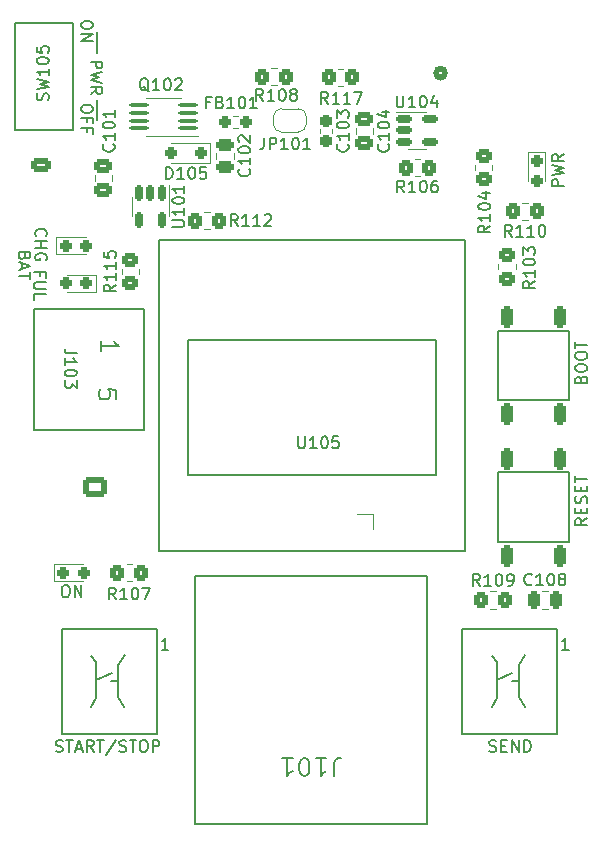
<source format=gbr>
%TF.GenerationSoftware,KiCad,Pcbnew,7.0.5*%
%TF.CreationDate,2023-08-24T21:12:11+09:00*%
%TF.ProjectId,templogger,74656d70-6c6f-4676-9765-722e6b696361,rev?*%
%TF.SameCoordinates,Original*%
%TF.FileFunction,Legend,Top*%
%TF.FilePolarity,Positive*%
%FSLAX46Y46*%
G04 Gerber Fmt 4.6, Leading zero omitted, Abs format (unit mm)*
G04 Created by KiCad (PCBNEW 7.0.5) date 2023-08-24 21:12:11*
%MOMM*%
%LPD*%
G01*
G04 APERTURE LIST*
G04 Aperture macros list*
%AMRoundRect*
0 Rectangle with rounded corners*
0 $1 Rounding radius*
0 $2 $3 $4 $5 $6 $7 $8 $9 X,Y pos of 4 corners*
0 Add a 4 corners polygon primitive as box body*
4,1,4,$2,$3,$4,$5,$6,$7,$8,$9,$2,$3,0*
0 Add four circle primitives for the rounded corners*
1,1,$1+$1,$2,$3*
1,1,$1+$1,$4,$5*
1,1,$1+$1,$6,$7*
1,1,$1+$1,$8,$9*
0 Add four rect primitives between the rounded corners*
20,1,$1+$1,$2,$3,$4,$5,0*
20,1,$1+$1,$4,$5,$6,$7,0*
20,1,$1+$1,$6,$7,$8,$9,0*
20,1,$1+$1,$8,$9,$2,$3,0*%
%AMFreePoly0*
4,1,19,0.500000,-0.750000,0.000000,-0.750000,0.000000,-0.744911,-0.071157,-0.744911,-0.207708,-0.704816,-0.327430,-0.627875,-0.420627,-0.520320,-0.479746,-0.390866,-0.500000,-0.250000,-0.500000,0.250000,-0.479746,0.390866,-0.420627,0.520320,-0.327430,0.627875,-0.207708,0.704816,-0.071157,0.744911,0.000000,0.744911,0.000000,0.750000,0.500000,0.750000,0.500000,-0.750000,0.500000,-0.750000,
$1*%
%AMFreePoly1*
4,1,19,0.000000,0.744911,0.071157,0.744911,0.207708,0.704816,0.327430,0.627875,0.420627,0.520320,0.479746,0.390866,0.500000,0.250000,0.500000,-0.250000,0.479746,-0.390866,0.420627,-0.520320,0.327430,-0.627875,0.207708,-0.704816,0.071157,-0.744911,0.000000,-0.744911,0.000000,-0.750000,-0.500000,-0.750000,-0.500000,0.750000,0.000000,0.750000,0.000000,0.744911,0.000000,0.744911,
$1*%
G04 Aperture macros list end*
%ADD10C,0.150000*%
%ADD11C,0.120000*%
%ADD12C,0.508000*%
%ADD13RoundRect,0.250000X0.475000X-0.337500X0.475000X0.337500X-0.475000X0.337500X-0.475000X-0.337500X0*%
%ADD14RoundRect,0.250000X-0.450000X0.350000X-0.450000X-0.350000X0.450000X-0.350000X0.450000X0.350000X0*%
%ADD15RoundRect,0.237500X-0.237500X0.287500X-0.237500X-0.287500X0.237500X-0.287500X0.237500X0.287500X0*%
%ADD16RoundRect,0.250000X0.350000X0.450000X-0.350000X0.450000X-0.350000X-0.450000X0.350000X-0.450000X0*%
%ADD17RoundRect,0.250000X-0.350000X-0.450000X0.350000X-0.450000X0.350000X0.450000X-0.350000X0.450000X0*%
%ADD18RoundRect,0.250000X-0.250000X0.650000X-0.250000X-0.650000X0.250000X-0.650000X0.250000X0.650000X0*%
%ADD19RoundRect,0.237500X-0.237500X0.300000X-0.237500X-0.300000X0.237500X-0.300000X0.237500X0.300000X0*%
%ADD20C,2.100000*%
%ADD21R,1.700000X1.700000*%
%ADD22O,1.700000X1.700000*%
%ADD23FreePoly0,0.000000*%
%ADD24FreePoly1,0.000000*%
%ADD25C,1.200000*%
%ADD26O,2.600000X1.500000*%
%ADD27RoundRect,0.150000X-0.150000X0.512500X-0.150000X-0.512500X0.150000X-0.512500X0.150000X0.512500X0*%
%ADD28RoundRect,0.237500X-0.287500X-0.237500X0.287500X-0.237500X0.287500X0.237500X-0.287500X0.237500X0*%
%ADD29C,3.500000*%
%ADD30RoundRect,0.100000X0.712500X0.100000X-0.712500X0.100000X-0.712500X-0.100000X0.712500X-0.100000X0*%
%ADD31RoundRect,0.250000X-0.250000X-0.475000X0.250000X-0.475000X0.250000X0.475000X-0.250000X0.475000X0*%
%ADD32C,1.800000*%
%ADD33RoundRect,0.250000X0.250000X0.250000X-0.250000X0.250000X-0.250000X-0.250000X0.250000X-0.250000X0*%
%ADD34C,1.524000*%
%ADD35RoundRect,0.250000X-0.475000X0.337500X-0.475000X-0.337500X0.475000X-0.337500X0.475000X0.337500X0*%
%ADD36RoundRect,0.237500X0.287500X0.237500X-0.287500X0.237500X-0.287500X-0.237500X0.287500X-0.237500X0*%
%ADD37RoundRect,0.250000X-0.475000X0.250000X-0.475000X-0.250000X0.475000X-0.250000X0.475000X0.250000X0*%
%ADD38RoundRect,0.150000X-0.512500X-0.150000X0.512500X-0.150000X0.512500X0.150000X-0.512500X0.150000X0*%
%ADD39RoundRect,0.250000X-0.625000X0.350000X-0.625000X-0.350000X0.625000X-0.350000X0.625000X0.350000X0*%
%ADD40O,1.750000X1.200000*%
%ADD41RoundRect,0.250000X-0.750000X0.600000X-0.750000X-0.600000X0.750000X-0.600000X0.750000X0.600000X0*%
%ADD42O,2.000000X1.700000*%
G04 APERTURE END LIST*
D10*
X93800000Y-55000000D02*
X93800000Y-53200000D01*
X93800000Y-59000000D02*
X93800000Y-60700000D01*
X126989160Y-114122200D02*
X127132017Y-114169819D01*
X127132017Y-114169819D02*
X127370112Y-114169819D01*
X127370112Y-114169819D02*
X127465350Y-114122200D01*
X127465350Y-114122200D02*
X127512969Y-114074580D01*
X127512969Y-114074580D02*
X127560588Y-113979342D01*
X127560588Y-113979342D02*
X127560588Y-113884104D01*
X127560588Y-113884104D02*
X127512969Y-113788866D01*
X127512969Y-113788866D02*
X127465350Y-113741247D01*
X127465350Y-113741247D02*
X127370112Y-113693628D01*
X127370112Y-113693628D02*
X127179636Y-113646009D01*
X127179636Y-113646009D02*
X127084398Y-113598390D01*
X127084398Y-113598390D02*
X127036779Y-113550771D01*
X127036779Y-113550771D02*
X126989160Y-113455533D01*
X126989160Y-113455533D02*
X126989160Y-113360295D01*
X126989160Y-113360295D02*
X127036779Y-113265057D01*
X127036779Y-113265057D02*
X127084398Y-113217438D01*
X127084398Y-113217438D02*
X127179636Y-113169819D01*
X127179636Y-113169819D02*
X127417731Y-113169819D01*
X127417731Y-113169819D02*
X127560588Y-113217438D01*
X127989160Y-113646009D02*
X128322493Y-113646009D01*
X128465350Y-114169819D02*
X127989160Y-114169819D01*
X127989160Y-114169819D02*
X127989160Y-113169819D01*
X127989160Y-113169819D02*
X128465350Y-113169819D01*
X128893922Y-114169819D02*
X128893922Y-113169819D01*
X128893922Y-113169819D02*
X129465350Y-114169819D01*
X129465350Y-114169819D02*
X129465350Y-113169819D01*
X129941541Y-114169819D02*
X129941541Y-113169819D01*
X129941541Y-113169819D02*
X130179636Y-113169819D01*
X130179636Y-113169819D02*
X130322493Y-113217438D01*
X130322493Y-113217438D02*
X130417731Y-113312676D01*
X130417731Y-113312676D02*
X130465350Y-113407914D01*
X130465350Y-113407914D02*
X130512969Y-113598390D01*
X130512969Y-113598390D02*
X130512969Y-113741247D01*
X130512969Y-113741247D02*
X130465350Y-113931723D01*
X130465350Y-113931723D02*
X130417731Y-114026961D01*
X130417731Y-114026961D02*
X130322493Y-114122200D01*
X130322493Y-114122200D02*
X130179636Y-114169819D01*
X130179636Y-114169819D02*
X129941541Y-114169819D01*
X133269819Y-66263220D02*
X132269819Y-66263220D01*
X132269819Y-66263220D02*
X132269819Y-65882268D01*
X132269819Y-65882268D02*
X132317438Y-65787030D01*
X132317438Y-65787030D02*
X132365057Y-65739411D01*
X132365057Y-65739411D02*
X132460295Y-65691792D01*
X132460295Y-65691792D02*
X132603152Y-65691792D01*
X132603152Y-65691792D02*
X132698390Y-65739411D01*
X132698390Y-65739411D02*
X132746009Y-65787030D01*
X132746009Y-65787030D02*
X132793628Y-65882268D01*
X132793628Y-65882268D02*
X132793628Y-66263220D01*
X132269819Y-65358458D02*
X133269819Y-65120363D01*
X133269819Y-65120363D02*
X132555533Y-64929887D01*
X132555533Y-64929887D02*
X133269819Y-64739411D01*
X133269819Y-64739411D02*
X132269819Y-64501316D01*
X133269819Y-63548935D02*
X132793628Y-63882268D01*
X133269819Y-64120363D02*
X132269819Y-64120363D01*
X132269819Y-64120363D02*
X132269819Y-63739411D01*
X132269819Y-63739411D02*
X132317438Y-63644173D01*
X132317438Y-63644173D02*
X132365057Y-63596554D01*
X132365057Y-63596554D02*
X132460295Y-63548935D01*
X132460295Y-63548935D02*
X132603152Y-63548935D01*
X132603152Y-63548935D02*
X132698390Y-63596554D01*
X132698390Y-63596554D02*
X132746009Y-63644173D01*
X132746009Y-63644173D02*
X132793628Y-63739411D01*
X132793628Y-63739411D02*
X132793628Y-64120363D01*
X91027255Y-100069819D02*
X91217731Y-100069819D01*
X91217731Y-100069819D02*
X91312969Y-100117438D01*
X91312969Y-100117438D02*
X91408207Y-100212676D01*
X91408207Y-100212676D02*
X91455826Y-100403152D01*
X91455826Y-100403152D02*
X91455826Y-100736485D01*
X91455826Y-100736485D02*
X91408207Y-100926961D01*
X91408207Y-100926961D02*
X91312969Y-101022200D01*
X91312969Y-101022200D02*
X91217731Y-101069819D01*
X91217731Y-101069819D02*
X91027255Y-101069819D01*
X91027255Y-101069819D02*
X90932017Y-101022200D01*
X90932017Y-101022200D02*
X90836779Y-100926961D01*
X90836779Y-100926961D02*
X90789160Y-100736485D01*
X90789160Y-100736485D02*
X90789160Y-100403152D01*
X90789160Y-100403152D02*
X90836779Y-100212676D01*
X90836779Y-100212676D02*
X90932017Y-100117438D01*
X90932017Y-100117438D02*
X91027255Y-100069819D01*
X91884398Y-101069819D02*
X91884398Y-100069819D01*
X91884398Y-100069819D02*
X92455826Y-101069819D01*
X92455826Y-101069819D02*
X92455826Y-100069819D01*
X87653990Y-72170112D02*
X87606371Y-72312969D01*
X87606371Y-72312969D02*
X87558752Y-72360588D01*
X87558752Y-72360588D02*
X87463514Y-72408207D01*
X87463514Y-72408207D02*
X87320657Y-72408207D01*
X87320657Y-72408207D02*
X87225419Y-72360588D01*
X87225419Y-72360588D02*
X87177800Y-72312969D01*
X87177800Y-72312969D02*
X87130180Y-72217731D01*
X87130180Y-72217731D02*
X87130180Y-71836779D01*
X87130180Y-71836779D02*
X88130180Y-71836779D01*
X88130180Y-71836779D02*
X88130180Y-72170112D01*
X88130180Y-72170112D02*
X88082561Y-72265350D01*
X88082561Y-72265350D02*
X88034942Y-72312969D01*
X88034942Y-72312969D02*
X87939704Y-72360588D01*
X87939704Y-72360588D02*
X87844466Y-72360588D01*
X87844466Y-72360588D02*
X87749228Y-72312969D01*
X87749228Y-72312969D02*
X87701609Y-72265350D01*
X87701609Y-72265350D02*
X87653990Y-72170112D01*
X87653990Y-72170112D02*
X87653990Y-71836779D01*
X87415895Y-72789160D02*
X87415895Y-73265350D01*
X87130180Y-72693922D02*
X88130180Y-73027255D01*
X88130180Y-73027255D02*
X87130180Y-73360588D01*
X88130180Y-73551065D02*
X88130180Y-74122493D01*
X87130180Y-73836779D02*
X88130180Y-73836779D01*
X93230180Y-55736779D02*
X94230180Y-55736779D01*
X94230180Y-55736779D02*
X94230180Y-56117731D01*
X94230180Y-56117731D02*
X94182561Y-56212969D01*
X94182561Y-56212969D02*
X94134942Y-56260588D01*
X94134942Y-56260588D02*
X94039704Y-56308207D01*
X94039704Y-56308207D02*
X93896847Y-56308207D01*
X93896847Y-56308207D02*
X93801609Y-56260588D01*
X93801609Y-56260588D02*
X93753990Y-56212969D01*
X93753990Y-56212969D02*
X93706371Y-56117731D01*
X93706371Y-56117731D02*
X93706371Y-55736779D01*
X94230180Y-56641541D02*
X93230180Y-56879636D01*
X93230180Y-56879636D02*
X93944466Y-57070112D01*
X93944466Y-57070112D02*
X93230180Y-57260588D01*
X93230180Y-57260588D02*
X94230180Y-57498684D01*
X93230180Y-58451064D02*
X93706371Y-58117731D01*
X93230180Y-57879636D02*
X94230180Y-57879636D01*
X94230180Y-57879636D02*
X94230180Y-58260588D01*
X94230180Y-58260588D02*
X94182561Y-58355826D01*
X94182561Y-58355826D02*
X94134942Y-58403445D01*
X94134942Y-58403445D02*
X94039704Y-58451064D01*
X94039704Y-58451064D02*
X93896847Y-58451064D01*
X93896847Y-58451064D02*
X93801609Y-58403445D01*
X93801609Y-58403445D02*
X93753990Y-58355826D01*
X93753990Y-58355826D02*
X93706371Y-58260588D01*
X93706371Y-58260588D02*
X93706371Y-57879636D01*
X134746009Y-82629887D02*
X134793628Y-82487030D01*
X134793628Y-82487030D02*
X134841247Y-82439411D01*
X134841247Y-82439411D02*
X134936485Y-82391792D01*
X134936485Y-82391792D02*
X135079342Y-82391792D01*
X135079342Y-82391792D02*
X135174580Y-82439411D01*
X135174580Y-82439411D02*
X135222200Y-82487030D01*
X135222200Y-82487030D02*
X135269819Y-82582268D01*
X135269819Y-82582268D02*
X135269819Y-82963220D01*
X135269819Y-82963220D02*
X134269819Y-82963220D01*
X134269819Y-82963220D02*
X134269819Y-82629887D01*
X134269819Y-82629887D02*
X134317438Y-82534649D01*
X134317438Y-82534649D02*
X134365057Y-82487030D01*
X134365057Y-82487030D02*
X134460295Y-82439411D01*
X134460295Y-82439411D02*
X134555533Y-82439411D01*
X134555533Y-82439411D02*
X134650771Y-82487030D01*
X134650771Y-82487030D02*
X134698390Y-82534649D01*
X134698390Y-82534649D02*
X134746009Y-82629887D01*
X134746009Y-82629887D02*
X134746009Y-82963220D01*
X134269819Y-81772744D02*
X134269819Y-81582268D01*
X134269819Y-81582268D02*
X134317438Y-81487030D01*
X134317438Y-81487030D02*
X134412676Y-81391792D01*
X134412676Y-81391792D02*
X134603152Y-81344173D01*
X134603152Y-81344173D02*
X134936485Y-81344173D01*
X134936485Y-81344173D02*
X135126961Y-81391792D01*
X135126961Y-81391792D02*
X135222200Y-81487030D01*
X135222200Y-81487030D02*
X135269819Y-81582268D01*
X135269819Y-81582268D02*
X135269819Y-81772744D01*
X135269819Y-81772744D02*
X135222200Y-81867982D01*
X135222200Y-81867982D02*
X135126961Y-81963220D01*
X135126961Y-81963220D02*
X134936485Y-82010839D01*
X134936485Y-82010839D02*
X134603152Y-82010839D01*
X134603152Y-82010839D02*
X134412676Y-81963220D01*
X134412676Y-81963220D02*
X134317438Y-81867982D01*
X134317438Y-81867982D02*
X134269819Y-81772744D01*
X134269819Y-80725125D02*
X134269819Y-80534649D01*
X134269819Y-80534649D02*
X134317438Y-80439411D01*
X134317438Y-80439411D02*
X134412676Y-80344173D01*
X134412676Y-80344173D02*
X134603152Y-80296554D01*
X134603152Y-80296554D02*
X134936485Y-80296554D01*
X134936485Y-80296554D02*
X135126961Y-80344173D01*
X135126961Y-80344173D02*
X135222200Y-80439411D01*
X135222200Y-80439411D02*
X135269819Y-80534649D01*
X135269819Y-80534649D02*
X135269819Y-80725125D01*
X135269819Y-80725125D02*
X135222200Y-80820363D01*
X135222200Y-80820363D02*
X135126961Y-80915601D01*
X135126961Y-80915601D02*
X134936485Y-80963220D01*
X134936485Y-80963220D02*
X134603152Y-80963220D01*
X134603152Y-80963220D02*
X134412676Y-80915601D01*
X134412676Y-80915601D02*
X134317438Y-80820363D01*
X134317438Y-80820363D02*
X134269819Y-80725125D01*
X134269819Y-80010839D02*
X134269819Y-79439411D01*
X135269819Y-79725125D02*
X134269819Y-79725125D01*
X88625419Y-70508207D02*
X88577800Y-70460588D01*
X88577800Y-70460588D02*
X88530180Y-70317731D01*
X88530180Y-70317731D02*
X88530180Y-70222493D01*
X88530180Y-70222493D02*
X88577800Y-70079636D01*
X88577800Y-70079636D02*
X88673038Y-69984398D01*
X88673038Y-69984398D02*
X88768276Y-69936779D01*
X88768276Y-69936779D02*
X88958752Y-69889160D01*
X88958752Y-69889160D02*
X89101609Y-69889160D01*
X89101609Y-69889160D02*
X89292085Y-69936779D01*
X89292085Y-69936779D02*
X89387323Y-69984398D01*
X89387323Y-69984398D02*
X89482561Y-70079636D01*
X89482561Y-70079636D02*
X89530180Y-70222493D01*
X89530180Y-70222493D02*
X89530180Y-70317731D01*
X89530180Y-70317731D02*
X89482561Y-70460588D01*
X89482561Y-70460588D02*
X89434942Y-70508207D01*
X88530180Y-70936779D02*
X89530180Y-70936779D01*
X89053990Y-70936779D02*
X89053990Y-71508207D01*
X88530180Y-71508207D02*
X89530180Y-71508207D01*
X89482561Y-72508207D02*
X89530180Y-72412969D01*
X89530180Y-72412969D02*
X89530180Y-72270112D01*
X89530180Y-72270112D02*
X89482561Y-72127255D01*
X89482561Y-72127255D02*
X89387323Y-72032017D01*
X89387323Y-72032017D02*
X89292085Y-71984398D01*
X89292085Y-71984398D02*
X89101609Y-71936779D01*
X89101609Y-71936779D02*
X88958752Y-71936779D01*
X88958752Y-71936779D02*
X88768276Y-71984398D01*
X88768276Y-71984398D02*
X88673038Y-72032017D01*
X88673038Y-72032017D02*
X88577800Y-72127255D01*
X88577800Y-72127255D02*
X88530180Y-72270112D01*
X88530180Y-72270112D02*
X88530180Y-72365350D01*
X88530180Y-72365350D02*
X88577800Y-72508207D01*
X88577800Y-72508207D02*
X88625419Y-72555826D01*
X88625419Y-72555826D02*
X88958752Y-72555826D01*
X88958752Y-72555826D02*
X88958752Y-72365350D01*
X88953990Y-73870112D02*
X88953990Y-73536779D01*
X88430180Y-73536779D02*
X89430180Y-73536779D01*
X89430180Y-73536779D02*
X89430180Y-74012969D01*
X89430180Y-74393922D02*
X88620657Y-74393922D01*
X88620657Y-74393922D02*
X88525419Y-74441541D01*
X88525419Y-74441541D02*
X88477800Y-74489160D01*
X88477800Y-74489160D02*
X88430180Y-74584398D01*
X88430180Y-74584398D02*
X88430180Y-74774874D01*
X88430180Y-74774874D02*
X88477800Y-74870112D01*
X88477800Y-74870112D02*
X88525419Y-74917731D01*
X88525419Y-74917731D02*
X88620657Y-74965350D01*
X88620657Y-74965350D02*
X89430180Y-74965350D01*
X88430180Y-75917731D02*
X88430180Y-75441541D01*
X88430180Y-75441541D02*
X89430180Y-75441541D01*
X135269819Y-94391792D02*
X134793628Y-94725125D01*
X135269819Y-94963220D02*
X134269819Y-94963220D01*
X134269819Y-94963220D02*
X134269819Y-94582268D01*
X134269819Y-94582268D02*
X134317438Y-94487030D01*
X134317438Y-94487030D02*
X134365057Y-94439411D01*
X134365057Y-94439411D02*
X134460295Y-94391792D01*
X134460295Y-94391792D02*
X134603152Y-94391792D01*
X134603152Y-94391792D02*
X134698390Y-94439411D01*
X134698390Y-94439411D02*
X134746009Y-94487030D01*
X134746009Y-94487030D02*
X134793628Y-94582268D01*
X134793628Y-94582268D02*
X134793628Y-94963220D01*
X134746009Y-93963220D02*
X134746009Y-93629887D01*
X135269819Y-93487030D02*
X135269819Y-93963220D01*
X135269819Y-93963220D02*
X134269819Y-93963220D01*
X134269819Y-93963220D02*
X134269819Y-93487030D01*
X135222200Y-93106077D02*
X135269819Y-92963220D01*
X135269819Y-92963220D02*
X135269819Y-92725125D01*
X135269819Y-92725125D02*
X135222200Y-92629887D01*
X135222200Y-92629887D02*
X135174580Y-92582268D01*
X135174580Y-92582268D02*
X135079342Y-92534649D01*
X135079342Y-92534649D02*
X134984104Y-92534649D01*
X134984104Y-92534649D02*
X134888866Y-92582268D01*
X134888866Y-92582268D02*
X134841247Y-92629887D01*
X134841247Y-92629887D02*
X134793628Y-92725125D01*
X134793628Y-92725125D02*
X134746009Y-92915601D01*
X134746009Y-92915601D02*
X134698390Y-93010839D01*
X134698390Y-93010839D02*
X134650771Y-93058458D01*
X134650771Y-93058458D02*
X134555533Y-93106077D01*
X134555533Y-93106077D02*
X134460295Y-93106077D01*
X134460295Y-93106077D02*
X134365057Y-93058458D01*
X134365057Y-93058458D02*
X134317438Y-93010839D01*
X134317438Y-93010839D02*
X134269819Y-92915601D01*
X134269819Y-92915601D02*
X134269819Y-92677506D01*
X134269819Y-92677506D02*
X134317438Y-92534649D01*
X134746009Y-92106077D02*
X134746009Y-91772744D01*
X135269819Y-91629887D02*
X135269819Y-92106077D01*
X135269819Y-92106077D02*
X134269819Y-92106077D01*
X134269819Y-92106077D02*
X134269819Y-91629887D01*
X134269819Y-91344172D02*
X134269819Y-90772744D01*
X135269819Y-91058458D02*
X134269819Y-91058458D01*
X93430180Y-59627255D02*
X93430180Y-59817731D01*
X93430180Y-59817731D02*
X93382561Y-59912969D01*
X93382561Y-59912969D02*
X93287323Y-60008207D01*
X93287323Y-60008207D02*
X93096847Y-60055826D01*
X93096847Y-60055826D02*
X92763514Y-60055826D01*
X92763514Y-60055826D02*
X92573038Y-60008207D01*
X92573038Y-60008207D02*
X92477800Y-59912969D01*
X92477800Y-59912969D02*
X92430180Y-59817731D01*
X92430180Y-59817731D02*
X92430180Y-59627255D01*
X92430180Y-59627255D02*
X92477800Y-59532017D01*
X92477800Y-59532017D02*
X92573038Y-59436779D01*
X92573038Y-59436779D02*
X92763514Y-59389160D01*
X92763514Y-59389160D02*
X93096847Y-59389160D01*
X93096847Y-59389160D02*
X93287323Y-59436779D01*
X93287323Y-59436779D02*
X93382561Y-59532017D01*
X93382561Y-59532017D02*
X93430180Y-59627255D01*
X92953990Y-60817731D02*
X92953990Y-60484398D01*
X92430180Y-60484398D02*
X93430180Y-60484398D01*
X93430180Y-60484398D02*
X93430180Y-60960588D01*
X92953990Y-61674874D02*
X92953990Y-61341541D01*
X92430180Y-61341541D02*
X93430180Y-61341541D01*
X93430180Y-61341541D02*
X93430180Y-61817731D01*
X93430180Y-52527255D02*
X93430180Y-52717731D01*
X93430180Y-52717731D02*
X93382561Y-52812969D01*
X93382561Y-52812969D02*
X93287323Y-52908207D01*
X93287323Y-52908207D02*
X93096847Y-52955826D01*
X93096847Y-52955826D02*
X92763514Y-52955826D01*
X92763514Y-52955826D02*
X92573038Y-52908207D01*
X92573038Y-52908207D02*
X92477800Y-52812969D01*
X92477800Y-52812969D02*
X92430180Y-52717731D01*
X92430180Y-52717731D02*
X92430180Y-52527255D01*
X92430180Y-52527255D02*
X92477800Y-52432017D01*
X92477800Y-52432017D02*
X92573038Y-52336779D01*
X92573038Y-52336779D02*
X92763514Y-52289160D01*
X92763514Y-52289160D02*
X93096847Y-52289160D01*
X93096847Y-52289160D02*
X93287323Y-52336779D01*
X93287323Y-52336779D02*
X93382561Y-52432017D01*
X93382561Y-52432017D02*
X93430180Y-52527255D01*
X92430180Y-53384398D02*
X93430180Y-53384398D01*
X93430180Y-53384398D02*
X92430180Y-53955826D01*
X92430180Y-53955826D02*
X93430180Y-53955826D01*
X90289160Y-114122200D02*
X90432017Y-114169819D01*
X90432017Y-114169819D02*
X90670112Y-114169819D01*
X90670112Y-114169819D02*
X90765350Y-114122200D01*
X90765350Y-114122200D02*
X90812969Y-114074580D01*
X90812969Y-114074580D02*
X90860588Y-113979342D01*
X90860588Y-113979342D02*
X90860588Y-113884104D01*
X90860588Y-113884104D02*
X90812969Y-113788866D01*
X90812969Y-113788866D02*
X90765350Y-113741247D01*
X90765350Y-113741247D02*
X90670112Y-113693628D01*
X90670112Y-113693628D02*
X90479636Y-113646009D01*
X90479636Y-113646009D02*
X90384398Y-113598390D01*
X90384398Y-113598390D02*
X90336779Y-113550771D01*
X90336779Y-113550771D02*
X90289160Y-113455533D01*
X90289160Y-113455533D02*
X90289160Y-113360295D01*
X90289160Y-113360295D02*
X90336779Y-113265057D01*
X90336779Y-113265057D02*
X90384398Y-113217438D01*
X90384398Y-113217438D02*
X90479636Y-113169819D01*
X90479636Y-113169819D02*
X90717731Y-113169819D01*
X90717731Y-113169819D02*
X90860588Y-113217438D01*
X91146303Y-113169819D02*
X91717731Y-113169819D01*
X91432017Y-114169819D02*
X91432017Y-113169819D01*
X92003446Y-113884104D02*
X92479636Y-113884104D01*
X91908208Y-114169819D02*
X92241541Y-113169819D01*
X92241541Y-113169819D02*
X92574874Y-114169819D01*
X93479636Y-114169819D02*
X93146303Y-113693628D01*
X92908208Y-114169819D02*
X92908208Y-113169819D01*
X92908208Y-113169819D02*
X93289160Y-113169819D01*
X93289160Y-113169819D02*
X93384398Y-113217438D01*
X93384398Y-113217438D02*
X93432017Y-113265057D01*
X93432017Y-113265057D02*
X93479636Y-113360295D01*
X93479636Y-113360295D02*
X93479636Y-113503152D01*
X93479636Y-113503152D02*
X93432017Y-113598390D01*
X93432017Y-113598390D02*
X93384398Y-113646009D01*
X93384398Y-113646009D02*
X93289160Y-113693628D01*
X93289160Y-113693628D02*
X92908208Y-113693628D01*
X93765351Y-113169819D02*
X94336779Y-113169819D01*
X94051065Y-114169819D02*
X94051065Y-113169819D01*
X95384398Y-113122200D02*
X94527256Y-114407914D01*
X95670113Y-114122200D02*
X95812970Y-114169819D01*
X95812970Y-114169819D02*
X96051065Y-114169819D01*
X96051065Y-114169819D02*
X96146303Y-114122200D01*
X96146303Y-114122200D02*
X96193922Y-114074580D01*
X96193922Y-114074580D02*
X96241541Y-113979342D01*
X96241541Y-113979342D02*
X96241541Y-113884104D01*
X96241541Y-113884104D02*
X96193922Y-113788866D01*
X96193922Y-113788866D02*
X96146303Y-113741247D01*
X96146303Y-113741247D02*
X96051065Y-113693628D01*
X96051065Y-113693628D02*
X95860589Y-113646009D01*
X95860589Y-113646009D02*
X95765351Y-113598390D01*
X95765351Y-113598390D02*
X95717732Y-113550771D01*
X95717732Y-113550771D02*
X95670113Y-113455533D01*
X95670113Y-113455533D02*
X95670113Y-113360295D01*
X95670113Y-113360295D02*
X95717732Y-113265057D01*
X95717732Y-113265057D02*
X95765351Y-113217438D01*
X95765351Y-113217438D02*
X95860589Y-113169819D01*
X95860589Y-113169819D02*
X96098684Y-113169819D01*
X96098684Y-113169819D02*
X96241541Y-113217438D01*
X96527256Y-113169819D02*
X97098684Y-113169819D01*
X96812970Y-114169819D02*
X96812970Y-113169819D01*
X97622494Y-113169819D02*
X97812970Y-113169819D01*
X97812970Y-113169819D02*
X97908208Y-113217438D01*
X97908208Y-113217438D02*
X98003446Y-113312676D01*
X98003446Y-113312676D02*
X98051065Y-113503152D01*
X98051065Y-113503152D02*
X98051065Y-113836485D01*
X98051065Y-113836485D02*
X98003446Y-114026961D01*
X98003446Y-114026961D02*
X97908208Y-114122200D01*
X97908208Y-114122200D02*
X97812970Y-114169819D01*
X97812970Y-114169819D02*
X97622494Y-114169819D01*
X97622494Y-114169819D02*
X97527256Y-114122200D01*
X97527256Y-114122200D02*
X97432018Y-114026961D01*
X97432018Y-114026961D02*
X97384399Y-113836485D01*
X97384399Y-113836485D02*
X97384399Y-113503152D01*
X97384399Y-113503152D02*
X97432018Y-113312676D01*
X97432018Y-113312676D02*
X97527256Y-113217438D01*
X97527256Y-113217438D02*
X97622494Y-113169819D01*
X98479637Y-114169819D02*
X98479637Y-113169819D01*
X98479637Y-113169819D02*
X98860589Y-113169819D01*
X98860589Y-113169819D02*
X98955827Y-113217438D01*
X98955827Y-113217438D02*
X99003446Y-113265057D01*
X99003446Y-113265057D02*
X99051065Y-113360295D01*
X99051065Y-113360295D02*
X99051065Y-113503152D01*
X99051065Y-113503152D02*
X99003446Y-113598390D01*
X99003446Y-113598390D02*
X98955827Y-113646009D01*
X98955827Y-113646009D02*
X98860589Y-113693628D01*
X98860589Y-113693628D02*
X98479637Y-113693628D01*
%TO.C,C101*%
X95159580Y-62719047D02*
X95207200Y-62766666D01*
X95207200Y-62766666D02*
X95254819Y-62909523D01*
X95254819Y-62909523D02*
X95254819Y-63004761D01*
X95254819Y-63004761D02*
X95207200Y-63147618D01*
X95207200Y-63147618D02*
X95111961Y-63242856D01*
X95111961Y-63242856D02*
X95016723Y-63290475D01*
X95016723Y-63290475D02*
X94826247Y-63338094D01*
X94826247Y-63338094D02*
X94683390Y-63338094D01*
X94683390Y-63338094D02*
X94492914Y-63290475D01*
X94492914Y-63290475D02*
X94397676Y-63242856D01*
X94397676Y-63242856D02*
X94302438Y-63147618D01*
X94302438Y-63147618D02*
X94254819Y-63004761D01*
X94254819Y-63004761D02*
X94254819Y-62909523D01*
X94254819Y-62909523D02*
X94302438Y-62766666D01*
X94302438Y-62766666D02*
X94350057Y-62719047D01*
X95254819Y-61766666D02*
X95254819Y-62338094D01*
X95254819Y-62052380D02*
X94254819Y-62052380D01*
X94254819Y-62052380D02*
X94397676Y-62147618D01*
X94397676Y-62147618D02*
X94492914Y-62242856D01*
X94492914Y-62242856D02*
X94540533Y-62338094D01*
X94254819Y-61147618D02*
X94254819Y-61052380D01*
X94254819Y-61052380D02*
X94302438Y-60957142D01*
X94302438Y-60957142D02*
X94350057Y-60909523D01*
X94350057Y-60909523D02*
X94445295Y-60861904D01*
X94445295Y-60861904D02*
X94635771Y-60814285D01*
X94635771Y-60814285D02*
X94873866Y-60814285D01*
X94873866Y-60814285D02*
X95064342Y-60861904D01*
X95064342Y-60861904D02*
X95159580Y-60909523D01*
X95159580Y-60909523D02*
X95207200Y-60957142D01*
X95207200Y-60957142D02*
X95254819Y-61052380D01*
X95254819Y-61052380D02*
X95254819Y-61147618D01*
X95254819Y-61147618D02*
X95207200Y-61242856D01*
X95207200Y-61242856D02*
X95159580Y-61290475D01*
X95159580Y-61290475D02*
X95064342Y-61338094D01*
X95064342Y-61338094D02*
X94873866Y-61385713D01*
X94873866Y-61385713D02*
X94635771Y-61385713D01*
X94635771Y-61385713D02*
X94445295Y-61338094D01*
X94445295Y-61338094D02*
X94350057Y-61290475D01*
X94350057Y-61290475D02*
X94302438Y-61242856D01*
X94302438Y-61242856D02*
X94254819Y-61147618D01*
X95254819Y-59861904D02*
X95254819Y-60433332D01*
X95254819Y-60147618D02*
X94254819Y-60147618D01*
X94254819Y-60147618D02*
X94397676Y-60242856D01*
X94397676Y-60242856D02*
X94492914Y-60338094D01*
X94492914Y-60338094D02*
X94540533Y-60433332D01*
%TO.C,R104*%
X127054819Y-69619047D02*
X126578628Y-69952380D01*
X127054819Y-70190475D02*
X126054819Y-70190475D01*
X126054819Y-70190475D02*
X126054819Y-69809523D01*
X126054819Y-69809523D02*
X126102438Y-69714285D01*
X126102438Y-69714285D02*
X126150057Y-69666666D01*
X126150057Y-69666666D02*
X126245295Y-69619047D01*
X126245295Y-69619047D02*
X126388152Y-69619047D01*
X126388152Y-69619047D02*
X126483390Y-69666666D01*
X126483390Y-69666666D02*
X126531009Y-69714285D01*
X126531009Y-69714285D02*
X126578628Y-69809523D01*
X126578628Y-69809523D02*
X126578628Y-70190475D01*
X127054819Y-68666666D02*
X127054819Y-69238094D01*
X127054819Y-68952380D02*
X126054819Y-68952380D01*
X126054819Y-68952380D02*
X126197676Y-69047618D01*
X126197676Y-69047618D02*
X126292914Y-69142856D01*
X126292914Y-69142856D02*
X126340533Y-69238094D01*
X126054819Y-68047618D02*
X126054819Y-67952380D01*
X126054819Y-67952380D02*
X126102438Y-67857142D01*
X126102438Y-67857142D02*
X126150057Y-67809523D01*
X126150057Y-67809523D02*
X126245295Y-67761904D01*
X126245295Y-67761904D02*
X126435771Y-67714285D01*
X126435771Y-67714285D02*
X126673866Y-67714285D01*
X126673866Y-67714285D02*
X126864342Y-67761904D01*
X126864342Y-67761904D02*
X126959580Y-67809523D01*
X126959580Y-67809523D02*
X127007200Y-67857142D01*
X127007200Y-67857142D02*
X127054819Y-67952380D01*
X127054819Y-67952380D02*
X127054819Y-68047618D01*
X127054819Y-68047618D02*
X127007200Y-68142856D01*
X127007200Y-68142856D02*
X126959580Y-68190475D01*
X126959580Y-68190475D02*
X126864342Y-68238094D01*
X126864342Y-68238094D02*
X126673866Y-68285713D01*
X126673866Y-68285713D02*
X126435771Y-68285713D01*
X126435771Y-68285713D02*
X126245295Y-68238094D01*
X126245295Y-68238094D02*
X126150057Y-68190475D01*
X126150057Y-68190475D02*
X126102438Y-68142856D01*
X126102438Y-68142856D02*
X126054819Y-68047618D01*
X126388152Y-66857142D02*
X127054819Y-66857142D01*
X126007200Y-67095237D02*
X126721485Y-67333332D01*
X126721485Y-67333332D02*
X126721485Y-66714285D01*
%TO.C,R107*%
X95380952Y-101254819D02*
X95047619Y-100778628D01*
X94809524Y-101254819D02*
X94809524Y-100254819D01*
X94809524Y-100254819D02*
X95190476Y-100254819D01*
X95190476Y-100254819D02*
X95285714Y-100302438D01*
X95285714Y-100302438D02*
X95333333Y-100350057D01*
X95333333Y-100350057D02*
X95380952Y-100445295D01*
X95380952Y-100445295D02*
X95380952Y-100588152D01*
X95380952Y-100588152D02*
X95333333Y-100683390D01*
X95333333Y-100683390D02*
X95285714Y-100731009D01*
X95285714Y-100731009D02*
X95190476Y-100778628D01*
X95190476Y-100778628D02*
X94809524Y-100778628D01*
X96333333Y-101254819D02*
X95761905Y-101254819D01*
X96047619Y-101254819D02*
X96047619Y-100254819D01*
X96047619Y-100254819D02*
X95952381Y-100397676D01*
X95952381Y-100397676D02*
X95857143Y-100492914D01*
X95857143Y-100492914D02*
X95761905Y-100540533D01*
X96952381Y-100254819D02*
X97047619Y-100254819D01*
X97047619Y-100254819D02*
X97142857Y-100302438D01*
X97142857Y-100302438D02*
X97190476Y-100350057D01*
X97190476Y-100350057D02*
X97238095Y-100445295D01*
X97238095Y-100445295D02*
X97285714Y-100635771D01*
X97285714Y-100635771D02*
X97285714Y-100873866D01*
X97285714Y-100873866D02*
X97238095Y-101064342D01*
X97238095Y-101064342D02*
X97190476Y-101159580D01*
X97190476Y-101159580D02*
X97142857Y-101207200D01*
X97142857Y-101207200D02*
X97047619Y-101254819D01*
X97047619Y-101254819D02*
X96952381Y-101254819D01*
X96952381Y-101254819D02*
X96857143Y-101207200D01*
X96857143Y-101207200D02*
X96809524Y-101159580D01*
X96809524Y-101159580D02*
X96761905Y-101064342D01*
X96761905Y-101064342D02*
X96714286Y-100873866D01*
X96714286Y-100873866D02*
X96714286Y-100635771D01*
X96714286Y-100635771D02*
X96761905Y-100445295D01*
X96761905Y-100445295D02*
X96809524Y-100350057D01*
X96809524Y-100350057D02*
X96857143Y-100302438D01*
X96857143Y-100302438D02*
X96952381Y-100254819D01*
X97619048Y-100254819D02*
X98285714Y-100254819D01*
X98285714Y-100254819D02*
X97857143Y-101254819D01*
%TO.C,R110*%
X128880952Y-70554819D02*
X128547619Y-70078628D01*
X128309524Y-70554819D02*
X128309524Y-69554819D01*
X128309524Y-69554819D02*
X128690476Y-69554819D01*
X128690476Y-69554819D02*
X128785714Y-69602438D01*
X128785714Y-69602438D02*
X128833333Y-69650057D01*
X128833333Y-69650057D02*
X128880952Y-69745295D01*
X128880952Y-69745295D02*
X128880952Y-69888152D01*
X128880952Y-69888152D02*
X128833333Y-69983390D01*
X128833333Y-69983390D02*
X128785714Y-70031009D01*
X128785714Y-70031009D02*
X128690476Y-70078628D01*
X128690476Y-70078628D02*
X128309524Y-70078628D01*
X129833333Y-70554819D02*
X129261905Y-70554819D01*
X129547619Y-70554819D02*
X129547619Y-69554819D01*
X129547619Y-69554819D02*
X129452381Y-69697676D01*
X129452381Y-69697676D02*
X129357143Y-69792914D01*
X129357143Y-69792914D02*
X129261905Y-69840533D01*
X130785714Y-70554819D02*
X130214286Y-70554819D01*
X130500000Y-70554819D02*
X130500000Y-69554819D01*
X130500000Y-69554819D02*
X130404762Y-69697676D01*
X130404762Y-69697676D02*
X130309524Y-69792914D01*
X130309524Y-69792914D02*
X130214286Y-69840533D01*
X131404762Y-69554819D02*
X131500000Y-69554819D01*
X131500000Y-69554819D02*
X131595238Y-69602438D01*
X131595238Y-69602438D02*
X131642857Y-69650057D01*
X131642857Y-69650057D02*
X131690476Y-69745295D01*
X131690476Y-69745295D02*
X131738095Y-69935771D01*
X131738095Y-69935771D02*
X131738095Y-70173866D01*
X131738095Y-70173866D02*
X131690476Y-70364342D01*
X131690476Y-70364342D02*
X131642857Y-70459580D01*
X131642857Y-70459580D02*
X131595238Y-70507200D01*
X131595238Y-70507200D02*
X131500000Y-70554819D01*
X131500000Y-70554819D02*
X131404762Y-70554819D01*
X131404762Y-70554819D02*
X131309524Y-70507200D01*
X131309524Y-70507200D02*
X131261905Y-70459580D01*
X131261905Y-70459580D02*
X131214286Y-70364342D01*
X131214286Y-70364342D02*
X131166667Y-70173866D01*
X131166667Y-70173866D02*
X131166667Y-69935771D01*
X131166667Y-69935771D02*
X131214286Y-69745295D01*
X131214286Y-69745295D02*
X131261905Y-69650057D01*
X131261905Y-69650057D02*
X131309524Y-69602438D01*
X131309524Y-69602438D02*
X131404762Y-69554819D01*
%TO.C,C103*%
X114989580Y-62719047D02*
X115037200Y-62766666D01*
X115037200Y-62766666D02*
X115084819Y-62909523D01*
X115084819Y-62909523D02*
X115084819Y-63004761D01*
X115084819Y-63004761D02*
X115037200Y-63147618D01*
X115037200Y-63147618D02*
X114941961Y-63242856D01*
X114941961Y-63242856D02*
X114846723Y-63290475D01*
X114846723Y-63290475D02*
X114656247Y-63338094D01*
X114656247Y-63338094D02*
X114513390Y-63338094D01*
X114513390Y-63338094D02*
X114322914Y-63290475D01*
X114322914Y-63290475D02*
X114227676Y-63242856D01*
X114227676Y-63242856D02*
X114132438Y-63147618D01*
X114132438Y-63147618D02*
X114084819Y-63004761D01*
X114084819Y-63004761D02*
X114084819Y-62909523D01*
X114084819Y-62909523D02*
X114132438Y-62766666D01*
X114132438Y-62766666D02*
X114180057Y-62719047D01*
X115084819Y-61766666D02*
X115084819Y-62338094D01*
X115084819Y-62052380D02*
X114084819Y-62052380D01*
X114084819Y-62052380D02*
X114227676Y-62147618D01*
X114227676Y-62147618D02*
X114322914Y-62242856D01*
X114322914Y-62242856D02*
X114370533Y-62338094D01*
X114084819Y-61147618D02*
X114084819Y-61052380D01*
X114084819Y-61052380D02*
X114132438Y-60957142D01*
X114132438Y-60957142D02*
X114180057Y-60909523D01*
X114180057Y-60909523D02*
X114275295Y-60861904D01*
X114275295Y-60861904D02*
X114465771Y-60814285D01*
X114465771Y-60814285D02*
X114703866Y-60814285D01*
X114703866Y-60814285D02*
X114894342Y-60861904D01*
X114894342Y-60861904D02*
X114989580Y-60909523D01*
X114989580Y-60909523D02*
X115037200Y-60957142D01*
X115037200Y-60957142D02*
X115084819Y-61052380D01*
X115084819Y-61052380D02*
X115084819Y-61147618D01*
X115084819Y-61147618D02*
X115037200Y-61242856D01*
X115037200Y-61242856D02*
X114989580Y-61290475D01*
X114989580Y-61290475D02*
X114894342Y-61338094D01*
X114894342Y-61338094D02*
X114703866Y-61385713D01*
X114703866Y-61385713D02*
X114465771Y-61385713D01*
X114465771Y-61385713D02*
X114275295Y-61338094D01*
X114275295Y-61338094D02*
X114180057Y-61290475D01*
X114180057Y-61290475D02*
X114132438Y-61242856D01*
X114132438Y-61242856D02*
X114084819Y-61147618D01*
X114084819Y-60480951D02*
X114084819Y-59861904D01*
X114084819Y-59861904D02*
X114465771Y-60195237D01*
X114465771Y-60195237D02*
X114465771Y-60052380D01*
X114465771Y-60052380D02*
X114513390Y-59957142D01*
X114513390Y-59957142D02*
X114561009Y-59909523D01*
X114561009Y-59909523D02*
X114656247Y-59861904D01*
X114656247Y-59861904D02*
X114894342Y-59861904D01*
X114894342Y-59861904D02*
X114989580Y-59909523D01*
X114989580Y-59909523D02*
X115037200Y-59957142D01*
X115037200Y-59957142D02*
X115084819Y-60052380D01*
X115084819Y-60052380D02*
X115084819Y-60338094D01*
X115084819Y-60338094D02*
X115037200Y-60433332D01*
X115037200Y-60433332D02*
X114989580Y-60480951D01*
%TO.C,U105*%
X110785714Y-87454819D02*
X110785714Y-88264342D01*
X110785714Y-88264342D02*
X110833333Y-88359580D01*
X110833333Y-88359580D02*
X110880952Y-88407200D01*
X110880952Y-88407200D02*
X110976190Y-88454819D01*
X110976190Y-88454819D02*
X111166666Y-88454819D01*
X111166666Y-88454819D02*
X111261904Y-88407200D01*
X111261904Y-88407200D02*
X111309523Y-88359580D01*
X111309523Y-88359580D02*
X111357142Y-88264342D01*
X111357142Y-88264342D02*
X111357142Y-87454819D01*
X112357142Y-88454819D02*
X111785714Y-88454819D01*
X112071428Y-88454819D02*
X112071428Y-87454819D01*
X112071428Y-87454819D02*
X111976190Y-87597676D01*
X111976190Y-87597676D02*
X111880952Y-87692914D01*
X111880952Y-87692914D02*
X111785714Y-87740533D01*
X112976190Y-87454819D02*
X113071428Y-87454819D01*
X113071428Y-87454819D02*
X113166666Y-87502438D01*
X113166666Y-87502438D02*
X113214285Y-87550057D01*
X113214285Y-87550057D02*
X113261904Y-87645295D01*
X113261904Y-87645295D02*
X113309523Y-87835771D01*
X113309523Y-87835771D02*
X113309523Y-88073866D01*
X113309523Y-88073866D02*
X113261904Y-88264342D01*
X113261904Y-88264342D02*
X113214285Y-88359580D01*
X113214285Y-88359580D02*
X113166666Y-88407200D01*
X113166666Y-88407200D02*
X113071428Y-88454819D01*
X113071428Y-88454819D02*
X112976190Y-88454819D01*
X112976190Y-88454819D02*
X112880952Y-88407200D01*
X112880952Y-88407200D02*
X112833333Y-88359580D01*
X112833333Y-88359580D02*
X112785714Y-88264342D01*
X112785714Y-88264342D02*
X112738095Y-88073866D01*
X112738095Y-88073866D02*
X112738095Y-87835771D01*
X112738095Y-87835771D02*
X112785714Y-87645295D01*
X112785714Y-87645295D02*
X112833333Y-87550057D01*
X112833333Y-87550057D02*
X112880952Y-87502438D01*
X112880952Y-87502438D02*
X112976190Y-87454819D01*
X114214285Y-87454819D02*
X113738095Y-87454819D01*
X113738095Y-87454819D02*
X113690476Y-87931009D01*
X113690476Y-87931009D02*
X113738095Y-87883390D01*
X113738095Y-87883390D02*
X113833333Y-87835771D01*
X113833333Y-87835771D02*
X114071428Y-87835771D01*
X114071428Y-87835771D02*
X114166666Y-87883390D01*
X114166666Y-87883390D02*
X114214285Y-87931009D01*
X114214285Y-87931009D02*
X114261904Y-88026247D01*
X114261904Y-88026247D02*
X114261904Y-88264342D01*
X114261904Y-88264342D02*
X114214285Y-88359580D01*
X114214285Y-88359580D02*
X114166666Y-88407200D01*
X114166666Y-88407200D02*
X114071428Y-88454819D01*
X114071428Y-88454819D02*
X113833333Y-88454819D01*
X113833333Y-88454819D02*
X113738095Y-88407200D01*
X113738095Y-88407200D02*
X113690476Y-88359580D01*
%TO.C,R109*%
X126180952Y-100104819D02*
X125847619Y-99628628D01*
X125609524Y-100104819D02*
X125609524Y-99104819D01*
X125609524Y-99104819D02*
X125990476Y-99104819D01*
X125990476Y-99104819D02*
X126085714Y-99152438D01*
X126085714Y-99152438D02*
X126133333Y-99200057D01*
X126133333Y-99200057D02*
X126180952Y-99295295D01*
X126180952Y-99295295D02*
X126180952Y-99438152D01*
X126180952Y-99438152D02*
X126133333Y-99533390D01*
X126133333Y-99533390D02*
X126085714Y-99581009D01*
X126085714Y-99581009D02*
X125990476Y-99628628D01*
X125990476Y-99628628D02*
X125609524Y-99628628D01*
X127133333Y-100104819D02*
X126561905Y-100104819D01*
X126847619Y-100104819D02*
X126847619Y-99104819D01*
X126847619Y-99104819D02*
X126752381Y-99247676D01*
X126752381Y-99247676D02*
X126657143Y-99342914D01*
X126657143Y-99342914D02*
X126561905Y-99390533D01*
X127752381Y-99104819D02*
X127847619Y-99104819D01*
X127847619Y-99104819D02*
X127942857Y-99152438D01*
X127942857Y-99152438D02*
X127990476Y-99200057D01*
X127990476Y-99200057D02*
X128038095Y-99295295D01*
X128038095Y-99295295D02*
X128085714Y-99485771D01*
X128085714Y-99485771D02*
X128085714Y-99723866D01*
X128085714Y-99723866D02*
X128038095Y-99914342D01*
X128038095Y-99914342D02*
X127990476Y-100009580D01*
X127990476Y-100009580D02*
X127942857Y-100057200D01*
X127942857Y-100057200D02*
X127847619Y-100104819D01*
X127847619Y-100104819D02*
X127752381Y-100104819D01*
X127752381Y-100104819D02*
X127657143Y-100057200D01*
X127657143Y-100057200D02*
X127609524Y-100009580D01*
X127609524Y-100009580D02*
X127561905Y-99914342D01*
X127561905Y-99914342D02*
X127514286Y-99723866D01*
X127514286Y-99723866D02*
X127514286Y-99485771D01*
X127514286Y-99485771D02*
X127561905Y-99295295D01*
X127561905Y-99295295D02*
X127609524Y-99200057D01*
X127609524Y-99200057D02*
X127657143Y-99152438D01*
X127657143Y-99152438D02*
X127752381Y-99104819D01*
X128561905Y-100104819D02*
X128752381Y-100104819D01*
X128752381Y-100104819D02*
X128847619Y-100057200D01*
X128847619Y-100057200D02*
X128895238Y-100009580D01*
X128895238Y-100009580D02*
X128990476Y-99866723D01*
X128990476Y-99866723D02*
X129038095Y-99676247D01*
X129038095Y-99676247D02*
X129038095Y-99295295D01*
X129038095Y-99295295D02*
X128990476Y-99200057D01*
X128990476Y-99200057D02*
X128942857Y-99152438D01*
X128942857Y-99152438D02*
X128847619Y-99104819D01*
X128847619Y-99104819D02*
X128657143Y-99104819D01*
X128657143Y-99104819D02*
X128561905Y-99152438D01*
X128561905Y-99152438D02*
X128514286Y-99200057D01*
X128514286Y-99200057D02*
X128466667Y-99295295D01*
X128466667Y-99295295D02*
X128466667Y-99533390D01*
X128466667Y-99533390D02*
X128514286Y-99628628D01*
X128514286Y-99628628D02*
X128561905Y-99676247D01*
X128561905Y-99676247D02*
X128657143Y-99723866D01*
X128657143Y-99723866D02*
X128847619Y-99723866D01*
X128847619Y-99723866D02*
X128942857Y-99676247D01*
X128942857Y-99676247D02*
X128990476Y-99628628D01*
X128990476Y-99628628D02*
X129038095Y-99533390D01*
%TO.C,JP101*%
X107914285Y-62154819D02*
X107914285Y-62869104D01*
X107914285Y-62869104D02*
X107866666Y-63011961D01*
X107866666Y-63011961D02*
X107771428Y-63107200D01*
X107771428Y-63107200D02*
X107628571Y-63154819D01*
X107628571Y-63154819D02*
X107533333Y-63154819D01*
X108390476Y-63154819D02*
X108390476Y-62154819D01*
X108390476Y-62154819D02*
X108771428Y-62154819D01*
X108771428Y-62154819D02*
X108866666Y-62202438D01*
X108866666Y-62202438D02*
X108914285Y-62250057D01*
X108914285Y-62250057D02*
X108961904Y-62345295D01*
X108961904Y-62345295D02*
X108961904Y-62488152D01*
X108961904Y-62488152D02*
X108914285Y-62583390D01*
X108914285Y-62583390D02*
X108866666Y-62631009D01*
X108866666Y-62631009D02*
X108771428Y-62678628D01*
X108771428Y-62678628D02*
X108390476Y-62678628D01*
X109914285Y-63154819D02*
X109342857Y-63154819D01*
X109628571Y-63154819D02*
X109628571Y-62154819D01*
X109628571Y-62154819D02*
X109533333Y-62297676D01*
X109533333Y-62297676D02*
X109438095Y-62392914D01*
X109438095Y-62392914D02*
X109342857Y-62440533D01*
X110533333Y-62154819D02*
X110628571Y-62154819D01*
X110628571Y-62154819D02*
X110723809Y-62202438D01*
X110723809Y-62202438D02*
X110771428Y-62250057D01*
X110771428Y-62250057D02*
X110819047Y-62345295D01*
X110819047Y-62345295D02*
X110866666Y-62535771D01*
X110866666Y-62535771D02*
X110866666Y-62773866D01*
X110866666Y-62773866D02*
X110819047Y-62964342D01*
X110819047Y-62964342D02*
X110771428Y-63059580D01*
X110771428Y-63059580D02*
X110723809Y-63107200D01*
X110723809Y-63107200D02*
X110628571Y-63154819D01*
X110628571Y-63154819D02*
X110533333Y-63154819D01*
X110533333Y-63154819D02*
X110438095Y-63107200D01*
X110438095Y-63107200D02*
X110390476Y-63059580D01*
X110390476Y-63059580D02*
X110342857Y-62964342D01*
X110342857Y-62964342D02*
X110295238Y-62773866D01*
X110295238Y-62773866D02*
X110295238Y-62535771D01*
X110295238Y-62535771D02*
X110342857Y-62345295D01*
X110342857Y-62345295D02*
X110390476Y-62250057D01*
X110390476Y-62250057D02*
X110438095Y-62202438D01*
X110438095Y-62202438D02*
X110533333Y-62154819D01*
X111819047Y-63154819D02*
X111247619Y-63154819D01*
X111533333Y-63154819D02*
X111533333Y-62154819D01*
X111533333Y-62154819D02*
X111438095Y-62297676D01*
X111438095Y-62297676D02*
X111342857Y-62392914D01*
X111342857Y-62392914D02*
X111247619Y-62440533D01*
%TO.C,R115*%
X95354819Y-74619047D02*
X94878628Y-74952380D01*
X95354819Y-75190475D02*
X94354819Y-75190475D01*
X94354819Y-75190475D02*
X94354819Y-74809523D01*
X94354819Y-74809523D02*
X94402438Y-74714285D01*
X94402438Y-74714285D02*
X94450057Y-74666666D01*
X94450057Y-74666666D02*
X94545295Y-74619047D01*
X94545295Y-74619047D02*
X94688152Y-74619047D01*
X94688152Y-74619047D02*
X94783390Y-74666666D01*
X94783390Y-74666666D02*
X94831009Y-74714285D01*
X94831009Y-74714285D02*
X94878628Y-74809523D01*
X94878628Y-74809523D02*
X94878628Y-75190475D01*
X95354819Y-73666666D02*
X95354819Y-74238094D01*
X95354819Y-73952380D02*
X94354819Y-73952380D01*
X94354819Y-73952380D02*
X94497676Y-74047618D01*
X94497676Y-74047618D02*
X94592914Y-74142856D01*
X94592914Y-74142856D02*
X94640533Y-74238094D01*
X95354819Y-72714285D02*
X95354819Y-73285713D01*
X95354819Y-72999999D02*
X94354819Y-72999999D01*
X94354819Y-72999999D02*
X94497676Y-73095237D01*
X94497676Y-73095237D02*
X94592914Y-73190475D01*
X94592914Y-73190475D02*
X94640533Y-73285713D01*
X94354819Y-71809523D02*
X94354819Y-72285713D01*
X94354819Y-72285713D02*
X94831009Y-72333332D01*
X94831009Y-72333332D02*
X94783390Y-72285713D01*
X94783390Y-72285713D02*
X94735771Y-72190475D01*
X94735771Y-72190475D02*
X94735771Y-71952380D01*
X94735771Y-71952380D02*
X94783390Y-71857142D01*
X94783390Y-71857142D02*
X94831009Y-71809523D01*
X94831009Y-71809523D02*
X94926247Y-71761904D01*
X94926247Y-71761904D02*
X95164342Y-71761904D01*
X95164342Y-71761904D02*
X95259580Y-71809523D01*
X95259580Y-71809523D02*
X95307200Y-71857142D01*
X95307200Y-71857142D02*
X95354819Y-71952380D01*
X95354819Y-71952380D02*
X95354819Y-72190475D01*
X95354819Y-72190475D02*
X95307200Y-72285713D01*
X95307200Y-72285713D02*
X95259580Y-72333332D01*
%TO.C,J103*%
X92045180Y-80414285D02*
X91330895Y-80414285D01*
X91330895Y-80414285D02*
X91188038Y-80366666D01*
X91188038Y-80366666D02*
X91092800Y-80271428D01*
X91092800Y-80271428D02*
X91045180Y-80128571D01*
X91045180Y-80128571D02*
X91045180Y-80033333D01*
X91045180Y-81414285D02*
X91045180Y-80842857D01*
X91045180Y-81128571D02*
X92045180Y-81128571D01*
X92045180Y-81128571D02*
X91902323Y-81033333D01*
X91902323Y-81033333D02*
X91807085Y-80938095D01*
X91807085Y-80938095D02*
X91759466Y-80842857D01*
X92045180Y-82033333D02*
X92045180Y-82128571D01*
X92045180Y-82128571D02*
X91997561Y-82223809D01*
X91997561Y-82223809D02*
X91949942Y-82271428D01*
X91949942Y-82271428D02*
X91854704Y-82319047D01*
X91854704Y-82319047D02*
X91664228Y-82366666D01*
X91664228Y-82366666D02*
X91426133Y-82366666D01*
X91426133Y-82366666D02*
X91235657Y-82319047D01*
X91235657Y-82319047D02*
X91140419Y-82271428D01*
X91140419Y-82271428D02*
X91092800Y-82223809D01*
X91092800Y-82223809D02*
X91045180Y-82128571D01*
X91045180Y-82128571D02*
X91045180Y-82033333D01*
X91045180Y-82033333D02*
X91092800Y-81938095D01*
X91092800Y-81938095D02*
X91140419Y-81890476D01*
X91140419Y-81890476D02*
X91235657Y-81842857D01*
X91235657Y-81842857D02*
X91426133Y-81795238D01*
X91426133Y-81795238D02*
X91664228Y-81795238D01*
X91664228Y-81795238D02*
X91854704Y-81842857D01*
X91854704Y-81842857D02*
X91949942Y-81890476D01*
X91949942Y-81890476D02*
X91997561Y-81938095D01*
X91997561Y-81938095D02*
X92045180Y-82033333D01*
X92045180Y-82700000D02*
X92045180Y-83319047D01*
X92045180Y-83319047D02*
X91664228Y-82985714D01*
X91664228Y-82985714D02*
X91664228Y-83128571D01*
X91664228Y-83128571D02*
X91616609Y-83223809D01*
X91616609Y-83223809D02*
X91568990Y-83271428D01*
X91568990Y-83271428D02*
X91473752Y-83319047D01*
X91473752Y-83319047D02*
X91235657Y-83319047D01*
X91235657Y-83319047D02*
X91140419Y-83271428D01*
X91140419Y-83271428D02*
X91092800Y-83223809D01*
X91092800Y-83223809D02*
X91045180Y-83128571D01*
X91045180Y-83128571D02*
X91045180Y-82842857D01*
X91045180Y-82842857D02*
X91092800Y-82747619D01*
X91092800Y-82747619D02*
X91140419Y-82700000D01*
X95413871Y-84257143D02*
X95413871Y-83542857D01*
X95413871Y-83542857D02*
X94699585Y-83471429D01*
X94699585Y-83471429D02*
X94771014Y-83542857D01*
X94771014Y-83542857D02*
X94842442Y-83685715D01*
X94842442Y-83685715D02*
X94842442Y-84042857D01*
X94842442Y-84042857D02*
X94771014Y-84185715D01*
X94771014Y-84185715D02*
X94699585Y-84257143D01*
X94699585Y-84257143D02*
X94556728Y-84328572D01*
X94556728Y-84328572D02*
X94199585Y-84328572D01*
X94199585Y-84328572D02*
X94056728Y-84257143D01*
X94056728Y-84257143D02*
X93985300Y-84185715D01*
X93985300Y-84185715D02*
X93913871Y-84042857D01*
X93913871Y-84042857D02*
X93913871Y-83685715D01*
X93913871Y-83685715D02*
X93985300Y-83542857D01*
X93985300Y-83542857D02*
X94056728Y-83471429D01*
X94113871Y-80228572D02*
X94113871Y-79371429D01*
X94113871Y-79800000D02*
X95613871Y-79800000D01*
X95613871Y-79800000D02*
X95399585Y-79657143D01*
X95399585Y-79657143D02*
X95256728Y-79514286D01*
X95256728Y-79514286D02*
X95185300Y-79371429D01*
%TO.C,U101*%
X100154819Y-69714285D02*
X100964342Y-69714285D01*
X100964342Y-69714285D02*
X101059580Y-69666666D01*
X101059580Y-69666666D02*
X101107200Y-69619047D01*
X101107200Y-69619047D02*
X101154819Y-69523809D01*
X101154819Y-69523809D02*
X101154819Y-69333333D01*
X101154819Y-69333333D02*
X101107200Y-69238095D01*
X101107200Y-69238095D02*
X101059580Y-69190476D01*
X101059580Y-69190476D02*
X100964342Y-69142857D01*
X100964342Y-69142857D02*
X100154819Y-69142857D01*
X101154819Y-68142857D02*
X101154819Y-68714285D01*
X101154819Y-68428571D02*
X100154819Y-68428571D01*
X100154819Y-68428571D02*
X100297676Y-68523809D01*
X100297676Y-68523809D02*
X100392914Y-68619047D01*
X100392914Y-68619047D02*
X100440533Y-68714285D01*
X100154819Y-67523809D02*
X100154819Y-67428571D01*
X100154819Y-67428571D02*
X100202438Y-67333333D01*
X100202438Y-67333333D02*
X100250057Y-67285714D01*
X100250057Y-67285714D02*
X100345295Y-67238095D01*
X100345295Y-67238095D02*
X100535771Y-67190476D01*
X100535771Y-67190476D02*
X100773866Y-67190476D01*
X100773866Y-67190476D02*
X100964342Y-67238095D01*
X100964342Y-67238095D02*
X101059580Y-67285714D01*
X101059580Y-67285714D02*
X101107200Y-67333333D01*
X101107200Y-67333333D02*
X101154819Y-67428571D01*
X101154819Y-67428571D02*
X101154819Y-67523809D01*
X101154819Y-67523809D02*
X101107200Y-67619047D01*
X101107200Y-67619047D02*
X101059580Y-67666666D01*
X101059580Y-67666666D02*
X100964342Y-67714285D01*
X100964342Y-67714285D02*
X100773866Y-67761904D01*
X100773866Y-67761904D02*
X100535771Y-67761904D01*
X100535771Y-67761904D02*
X100345295Y-67714285D01*
X100345295Y-67714285D02*
X100250057Y-67666666D01*
X100250057Y-67666666D02*
X100202438Y-67619047D01*
X100202438Y-67619047D02*
X100154819Y-67523809D01*
X101154819Y-66238095D02*
X101154819Y-66809523D01*
X101154819Y-66523809D02*
X100154819Y-66523809D01*
X100154819Y-66523809D02*
X100297676Y-66619047D01*
X100297676Y-66619047D02*
X100392914Y-66714285D01*
X100392914Y-66714285D02*
X100440533Y-66809523D01*
%TO.C,R117*%
X113330952Y-59304819D02*
X112997619Y-58828628D01*
X112759524Y-59304819D02*
X112759524Y-58304819D01*
X112759524Y-58304819D02*
X113140476Y-58304819D01*
X113140476Y-58304819D02*
X113235714Y-58352438D01*
X113235714Y-58352438D02*
X113283333Y-58400057D01*
X113283333Y-58400057D02*
X113330952Y-58495295D01*
X113330952Y-58495295D02*
X113330952Y-58638152D01*
X113330952Y-58638152D02*
X113283333Y-58733390D01*
X113283333Y-58733390D02*
X113235714Y-58781009D01*
X113235714Y-58781009D02*
X113140476Y-58828628D01*
X113140476Y-58828628D02*
X112759524Y-58828628D01*
X114283333Y-59304819D02*
X113711905Y-59304819D01*
X113997619Y-59304819D02*
X113997619Y-58304819D01*
X113997619Y-58304819D02*
X113902381Y-58447676D01*
X113902381Y-58447676D02*
X113807143Y-58542914D01*
X113807143Y-58542914D02*
X113711905Y-58590533D01*
X115235714Y-59304819D02*
X114664286Y-59304819D01*
X114950000Y-59304819D02*
X114950000Y-58304819D01*
X114950000Y-58304819D02*
X114854762Y-58447676D01*
X114854762Y-58447676D02*
X114759524Y-58542914D01*
X114759524Y-58542914D02*
X114664286Y-58590533D01*
X115569048Y-58304819D02*
X116235714Y-58304819D01*
X116235714Y-58304819D02*
X115807143Y-59304819D01*
%TO.C,J101*%
X113828570Y-116213871D02*
X113828570Y-115142442D01*
X113828570Y-115142442D02*
X113899999Y-114928157D01*
X113899999Y-114928157D02*
X114042856Y-114785300D01*
X114042856Y-114785300D02*
X114257142Y-114713871D01*
X114257142Y-114713871D02*
X114399999Y-114713871D01*
X112328570Y-114713871D02*
X113185713Y-114713871D01*
X112757142Y-114713871D02*
X112757142Y-116213871D01*
X112757142Y-116213871D02*
X112899999Y-115999585D01*
X112899999Y-115999585D02*
X113042856Y-115856728D01*
X113042856Y-115856728D02*
X113185713Y-115785300D01*
X111399999Y-116213871D02*
X111257142Y-116213871D01*
X111257142Y-116213871D02*
X111114285Y-116142442D01*
X111114285Y-116142442D02*
X111042857Y-116071014D01*
X111042857Y-116071014D02*
X110971428Y-115928157D01*
X110971428Y-115928157D02*
X110899999Y-115642442D01*
X110899999Y-115642442D02*
X110899999Y-115285300D01*
X110899999Y-115285300D02*
X110971428Y-114999585D01*
X110971428Y-114999585D02*
X111042857Y-114856728D01*
X111042857Y-114856728D02*
X111114285Y-114785300D01*
X111114285Y-114785300D02*
X111257142Y-114713871D01*
X111257142Y-114713871D02*
X111399999Y-114713871D01*
X111399999Y-114713871D02*
X111542857Y-114785300D01*
X111542857Y-114785300D02*
X111614285Y-114856728D01*
X111614285Y-114856728D02*
X111685714Y-114999585D01*
X111685714Y-114999585D02*
X111757142Y-115285300D01*
X111757142Y-115285300D02*
X111757142Y-115642442D01*
X111757142Y-115642442D02*
X111685714Y-115928157D01*
X111685714Y-115928157D02*
X111614285Y-116071014D01*
X111614285Y-116071014D02*
X111542857Y-116142442D01*
X111542857Y-116142442D02*
X111399999Y-116213871D01*
X109471428Y-114713871D02*
X110328571Y-114713871D01*
X109900000Y-114713871D02*
X109900000Y-116213871D01*
X109900000Y-116213871D02*
X110042857Y-115999585D01*
X110042857Y-115999585D02*
X110185714Y-115856728D01*
X110185714Y-115856728D02*
X110328571Y-115785300D01*
%TO.C,Q102*%
X98152380Y-58250057D02*
X98057142Y-58202438D01*
X98057142Y-58202438D02*
X97961904Y-58107200D01*
X97961904Y-58107200D02*
X97819047Y-57964342D01*
X97819047Y-57964342D02*
X97723809Y-57916723D01*
X97723809Y-57916723D02*
X97628571Y-57916723D01*
X97676190Y-58154819D02*
X97580952Y-58107200D01*
X97580952Y-58107200D02*
X97485714Y-58011961D01*
X97485714Y-58011961D02*
X97438095Y-57821485D01*
X97438095Y-57821485D02*
X97438095Y-57488152D01*
X97438095Y-57488152D02*
X97485714Y-57297676D01*
X97485714Y-57297676D02*
X97580952Y-57202438D01*
X97580952Y-57202438D02*
X97676190Y-57154819D01*
X97676190Y-57154819D02*
X97866666Y-57154819D01*
X97866666Y-57154819D02*
X97961904Y-57202438D01*
X97961904Y-57202438D02*
X98057142Y-57297676D01*
X98057142Y-57297676D02*
X98104761Y-57488152D01*
X98104761Y-57488152D02*
X98104761Y-57821485D01*
X98104761Y-57821485D02*
X98057142Y-58011961D01*
X98057142Y-58011961D02*
X97961904Y-58107200D01*
X97961904Y-58107200D02*
X97866666Y-58154819D01*
X97866666Y-58154819D02*
X97676190Y-58154819D01*
X99057142Y-58154819D02*
X98485714Y-58154819D01*
X98771428Y-58154819D02*
X98771428Y-57154819D01*
X98771428Y-57154819D02*
X98676190Y-57297676D01*
X98676190Y-57297676D02*
X98580952Y-57392914D01*
X98580952Y-57392914D02*
X98485714Y-57440533D01*
X99676190Y-57154819D02*
X99771428Y-57154819D01*
X99771428Y-57154819D02*
X99866666Y-57202438D01*
X99866666Y-57202438D02*
X99914285Y-57250057D01*
X99914285Y-57250057D02*
X99961904Y-57345295D01*
X99961904Y-57345295D02*
X100009523Y-57535771D01*
X100009523Y-57535771D02*
X100009523Y-57773866D01*
X100009523Y-57773866D02*
X99961904Y-57964342D01*
X99961904Y-57964342D02*
X99914285Y-58059580D01*
X99914285Y-58059580D02*
X99866666Y-58107200D01*
X99866666Y-58107200D02*
X99771428Y-58154819D01*
X99771428Y-58154819D02*
X99676190Y-58154819D01*
X99676190Y-58154819D02*
X99580952Y-58107200D01*
X99580952Y-58107200D02*
X99533333Y-58059580D01*
X99533333Y-58059580D02*
X99485714Y-57964342D01*
X99485714Y-57964342D02*
X99438095Y-57773866D01*
X99438095Y-57773866D02*
X99438095Y-57535771D01*
X99438095Y-57535771D02*
X99485714Y-57345295D01*
X99485714Y-57345295D02*
X99533333Y-57250057D01*
X99533333Y-57250057D02*
X99580952Y-57202438D01*
X99580952Y-57202438D02*
X99676190Y-57154819D01*
X100390476Y-57250057D02*
X100438095Y-57202438D01*
X100438095Y-57202438D02*
X100533333Y-57154819D01*
X100533333Y-57154819D02*
X100771428Y-57154819D01*
X100771428Y-57154819D02*
X100866666Y-57202438D01*
X100866666Y-57202438D02*
X100914285Y-57250057D01*
X100914285Y-57250057D02*
X100961904Y-57345295D01*
X100961904Y-57345295D02*
X100961904Y-57440533D01*
X100961904Y-57440533D02*
X100914285Y-57583390D01*
X100914285Y-57583390D02*
X100342857Y-58154819D01*
X100342857Y-58154819D02*
X100961904Y-58154819D01*
%TO.C,R103*%
X130854819Y-74319047D02*
X130378628Y-74652380D01*
X130854819Y-74890475D02*
X129854819Y-74890475D01*
X129854819Y-74890475D02*
X129854819Y-74509523D01*
X129854819Y-74509523D02*
X129902438Y-74414285D01*
X129902438Y-74414285D02*
X129950057Y-74366666D01*
X129950057Y-74366666D02*
X130045295Y-74319047D01*
X130045295Y-74319047D02*
X130188152Y-74319047D01*
X130188152Y-74319047D02*
X130283390Y-74366666D01*
X130283390Y-74366666D02*
X130331009Y-74414285D01*
X130331009Y-74414285D02*
X130378628Y-74509523D01*
X130378628Y-74509523D02*
X130378628Y-74890475D01*
X130854819Y-73366666D02*
X130854819Y-73938094D01*
X130854819Y-73652380D02*
X129854819Y-73652380D01*
X129854819Y-73652380D02*
X129997676Y-73747618D01*
X129997676Y-73747618D02*
X130092914Y-73842856D01*
X130092914Y-73842856D02*
X130140533Y-73938094D01*
X129854819Y-72747618D02*
X129854819Y-72652380D01*
X129854819Y-72652380D02*
X129902438Y-72557142D01*
X129902438Y-72557142D02*
X129950057Y-72509523D01*
X129950057Y-72509523D02*
X130045295Y-72461904D01*
X130045295Y-72461904D02*
X130235771Y-72414285D01*
X130235771Y-72414285D02*
X130473866Y-72414285D01*
X130473866Y-72414285D02*
X130664342Y-72461904D01*
X130664342Y-72461904D02*
X130759580Y-72509523D01*
X130759580Y-72509523D02*
X130807200Y-72557142D01*
X130807200Y-72557142D02*
X130854819Y-72652380D01*
X130854819Y-72652380D02*
X130854819Y-72747618D01*
X130854819Y-72747618D02*
X130807200Y-72842856D01*
X130807200Y-72842856D02*
X130759580Y-72890475D01*
X130759580Y-72890475D02*
X130664342Y-72938094D01*
X130664342Y-72938094D02*
X130473866Y-72985713D01*
X130473866Y-72985713D02*
X130235771Y-72985713D01*
X130235771Y-72985713D02*
X130045295Y-72938094D01*
X130045295Y-72938094D02*
X129950057Y-72890475D01*
X129950057Y-72890475D02*
X129902438Y-72842856D01*
X129902438Y-72842856D02*
X129854819Y-72747618D01*
X129854819Y-72080951D02*
X129854819Y-71461904D01*
X129854819Y-71461904D02*
X130235771Y-71795237D01*
X130235771Y-71795237D02*
X130235771Y-71652380D01*
X130235771Y-71652380D02*
X130283390Y-71557142D01*
X130283390Y-71557142D02*
X130331009Y-71509523D01*
X130331009Y-71509523D02*
X130426247Y-71461904D01*
X130426247Y-71461904D02*
X130664342Y-71461904D01*
X130664342Y-71461904D02*
X130759580Y-71509523D01*
X130759580Y-71509523D02*
X130807200Y-71557142D01*
X130807200Y-71557142D02*
X130854819Y-71652380D01*
X130854819Y-71652380D02*
X130854819Y-71938094D01*
X130854819Y-71938094D02*
X130807200Y-72033332D01*
X130807200Y-72033332D02*
X130759580Y-72080951D01*
%TO.C,C108*%
X130580952Y-99979580D02*
X130533333Y-100027200D01*
X130533333Y-100027200D02*
X130390476Y-100074819D01*
X130390476Y-100074819D02*
X130295238Y-100074819D01*
X130295238Y-100074819D02*
X130152381Y-100027200D01*
X130152381Y-100027200D02*
X130057143Y-99931961D01*
X130057143Y-99931961D02*
X130009524Y-99836723D01*
X130009524Y-99836723D02*
X129961905Y-99646247D01*
X129961905Y-99646247D02*
X129961905Y-99503390D01*
X129961905Y-99503390D02*
X130009524Y-99312914D01*
X130009524Y-99312914D02*
X130057143Y-99217676D01*
X130057143Y-99217676D02*
X130152381Y-99122438D01*
X130152381Y-99122438D02*
X130295238Y-99074819D01*
X130295238Y-99074819D02*
X130390476Y-99074819D01*
X130390476Y-99074819D02*
X130533333Y-99122438D01*
X130533333Y-99122438D02*
X130580952Y-99170057D01*
X131533333Y-100074819D02*
X130961905Y-100074819D01*
X131247619Y-100074819D02*
X131247619Y-99074819D01*
X131247619Y-99074819D02*
X131152381Y-99217676D01*
X131152381Y-99217676D02*
X131057143Y-99312914D01*
X131057143Y-99312914D02*
X130961905Y-99360533D01*
X132152381Y-99074819D02*
X132247619Y-99074819D01*
X132247619Y-99074819D02*
X132342857Y-99122438D01*
X132342857Y-99122438D02*
X132390476Y-99170057D01*
X132390476Y-99170057D02*
X132438095Y-99265295D01*
X132438095Y-99265295D02*
X132485714Y-99455771D01*
X132485714Y-99455771D02*
X132485714Y-99693866D01*
X132485714Y-99693866D02*
X132438095Y-99884342D01*
X132438095Y-99884342D02*
X132390476Y-99979580D01*
X132390476Y-99979580D02*
X132342857Y-100027200D01*
X132342857Y-100027200D02*
X132247619Y-100074819D01*
X132247619Y-100074819D02*
X132152381Y-100074819D01*
X132152381Y-100074819D02*
X132057143Y-100027200D01*
X132057143Y-100027200D02*
X132009524Y-99979580D01*
X132009524Y-99979580D02*
X131961905Y-99884342D01*
X131961905Y-99884342D02*
X131914286Y-99693866D01*
X131914286Y-99693866D02*
X131914286Y-99455771D01*
X131914286Y-99455771D02*
X131961905Y-99265295D01*
X131961905Y-99265295D02*
X132009524Y-99170057D01*
X132009524Y-99170057D02*
X132057143Y-99122438D01*
X132057143Y-99122438D02*
X132152381Y-99074819D01*
X133057143Y-99503390D02*
X132961905Y-99455771D01*
X132961905Y-99455771D02*
X132914286Y-99408152D01*
X132914286Y-99408152D02*
X132866667Y-99312914D01*
X132866667Y-99312914D02*
X132866667Y-99265295D01*
X132866667Y-99265295D02*
X132914286Y-99170057D01*
X132914286Y-99170057D02*
X132961905Y-99122438D01*
X132961905Y-99122438D02*
X133057143Y-99074819D01*
X133057143Y-99074819D02*
X133247619Y-99074819D01*
X133247619Y-99074819D02*
X133342857Y-99122438D01*
X133342857Y-99122438D02*
X133390476Y-99170057D01*
X133390476Y-99170057D02*
X133438095Y-99265295D01*
X133438095Y-99265295D02*
X133438095Y-99312914D01*
X133438095Y-99312914D02*
X133390476Y-99408152D01*
X133390476Y-99408152D02*
X133342857Y-99455771D01*
X133342857Y-99455771D02*
X133247619Y-99503390D01*
X133247619Y-99503390D02*
X133057143Y-99503390D01*
X133057143Y-99503390D02*
X132961905Y-99551009D01*
X132961905Y-99551009D02*
X132914286Y-99598628D01*
X132914286Y-99598628D02*
X132866667Y-99693866D01*
X132866667Y-99693866D02*
X132866667Y-99884342D01*
X132866667Y-99884342D02*
X132914286Y-99979580D01*
X132914286Y-99979580D02*
X132961905Y-100027200D01*
X132961905Y-100027200D02*
X133057143Y-100074819D01*
X133057143Y-100074819D02*
X133247619Y-100074819D01*
X133247619Y-100074819D02*
X133342857Y-100027200D01*
X133342857Y-100027200D02*
X133390476Y-99979580D01*
X133390476Y-99979580D02*
X133438095Y-99884342D01*
X133438095Y-99884342D02*
X133438095Y-99693866D01*
X133438095Y-99693866D02*
X133390476Y-99598628D01*
X133390476Y-99598628D02*
X133342857Y-99551009D01*
X133342857Y-99551009D02*
X133247619Y-99503390D01*
%TO.C,SW102*%
X133710588Y-105519819D02*
X133139160Y-105519819D01*
X133424874Y-105519819D02*
X133424874Y-104519819D01*
X133424874Y-104519819D02*
X133329636Y-104662676D01*
X133329636Y-104662676D02*
X133234398Y-104757914D01*
X133234398Y-104757914D02*
X133139160Y-104805533D01*
%TO.C,FB101*%
X103339285Y-59168509D02*
X103005952Y-59168509D01*
X103005952Y-59692319D02*
X103005952Y-58692319D01*
X103005952Y-58692319D02*
X103482142Y-58692319D01*
X104196428Y-59168509D02*
X104339285Y-59216128D01*
X104339285Y-59216128D02*
X104386904Y-59263747D01*
X104386904Y-59263747D02*
X104434523Y-59358985D01*
X104434523Y-59358985D02*
X104434523Y-59501842D01*
X104434523Y-59501842D02*
X104386904Y-59597080D01*
X104386904Y-59597080D02*
X104339285Y-59644700D01*
X104339285Y-59644700D02*
X104244047Y-59692319D01*
X104244047Y-59692319D02*
X103863095Y-59692319D01*
X103863095Y-59692319D02*
X103863095Y-58692319D01*
X103863095Y-58692319D02*
X104196428Y-58692319D01*
X104196428Y-58692319D02*
X104291666Y-58739938D01*
X104291666Y-58739938D02*
X104339285Y-58787557D01*
X104339285Y-58787557D02*
X104386904Y-58882795D01*
X104386904Y-58882795D02*
X104386904Y-58978033D01*
X104386904Y-58978033D02*
X104339285Y-59073271D01*
X104339285Y-59073271D02*
X104291666Y-59120890D01*
X104291666Y-59120890D02*
X104196428Y-59168509D01*
X104196428Y-59168509D02*
X103863095Y-59168509D01*
X105386904Y-59692319D02*
X104815476Y-59692319D01*
X105101190Y-59692319D02*
X105101190Y-58692319D01*
X105101190Y-58692319D02*
X105005952Y-58835176D01*
X105005952Y-58835176D02*
X104910714Y-58930414D01*
X104910714Y-58930414D02*
X104815476Y-58978033D01*
X106005952Y-58692319D02*
X106101190Y-58692319D01*
X106101190Y-58692319D02*
X106196428Y-58739938D01*
X106196428Y-58739938D02*
X106244047Y-58787557D01*
X106244047Y-58787557D02*
X106291666Y-58882795D01*
X106291666Y-58882795D02*
X106339285Y-59073271D01*
X106339285Y-59073271D02*
X106339285Y-59311366D01*
X106339285Y-59311366D02*
X106291666Y-59501842D01*
X106291666Y-59501842D02*
X106244047Y-59597080D01*
X106244047Y-59597080D02*
X106196428Y-59644700D01*
X106196428Y-59644700D02*
X106101190Y-59692319D01*
X106101190Y-59692319D02*
X106005952Y-59692319D01*
X106005952Y-59692319D02*
X105910714Y-59644700D01*
X105910714Y-59644700D02*
X105863095Y-59597080D01*
X105863095Y-59597080D02*
X105815476Y-59501842D01*
X105815476Y-59501842D02*
X105767857Y-59311366D01*
X105767857Y-59311366D02*
X105767857Y-59073271D01*
X105767857Y-59073271D02*
X105815476Y-58882795D01*
X105815476Y-58882795D02*
X105863095Y-58787557D01*
X105863095Y-58787557D02*
X105910714Y-58739938D01*
X105910714Y-58739938D02*
X106005952Y-58692319D01*
X107291666Y-59692319D02*
X106720238Y-59692319D01*
X107005952Y-59692319D02*
X107005952Y-58692319D01*
X107005952Y-58692319D02*
X106910714Y-58835176D01*
X106910714Y-58835176D02*
X106815476Y-58930414D01*
X106815476Y-58930414D02*
X106720238Y-58978033D01*
%TO.C,D105*%
X99609524Y-65654819D02*
X99609524Y-64654819D01*
X99609524Y-64654819D02*
X99847619Y-64654819D01*
X99847619Y-64654819D02*
X99990476Y-64702438D01*
X99990476Y-64702438D02*
X100085714Y-64797676D01*
X100085714Y-64797676D02*
X100133333Y-64892914D01*
X100133333Y-64892914D02*
X100180952Y-65083390D01*
X100180952Y-65083390D02*
X100180952Y-65226247D01*
X100180952Y-65226247D02*
X100133333Y-65416723D01*
X100133333Y-65416723D02*
X100085714Y-65511961D01*
X100085714Y-65511961D02*
X99990476Y-65607200D01*
X99990476Y-65607200D02*
X99847619Y-65654819D01*
X99847619Y-65654819D02*
X99609524Y-65654819D01*
X101133333Y-65654819D02*
X100561905Y-65654819D01*
X100847619Y-65654819D02*
X100847619Y-64654819D01*
X100847619Y-64654819D02*
X100752381Y-64797676D01*
X100752381Y-64797676D02*
X100657143Y-64892914D01*
X100657143Y-64892914D02*
X100561905Y-64940533D01*
X101752381Y-64654819D02*
X101847619Y-64654819D01*
X101847619Y-64654819D02*
X101942857Y-64702438D01*
X101942857Y-64702438D02*
X101990476Y-64750057D01*
X101990476Y-64750057D02*
X102038095Y-64845295D01*
X102038095Y-64845295D02*
X102085714Y-65035771D01*
X102085714Y-65035771D02*
X102085714Y-65273866D01*
X102085714Y-65273866D02*
X102038095Y-65464342D01*
X102038095Y-65464342D02*
X101990476Y-65559580D01*
X101990476Y-65559580D02*
X101942857Y-65607200D01*
X101942857Y-65607200D02*
X101847619Y-65654819D01*
X101847619Y-65654819D02*
X101752381Y-65654819D01*
X101752381Y-65654819D02*
X101657143Y-65607200D01*
X101657143Y-65607200D02*
X101609524Y-65559580D01*
X101609524Y-65559580D02*
X101561905Y-65464342D01*
X101561905Y-65464342D02*
X101514286Y-65273866D01*
X101514286Y-65273866D02*
X101514286Y-65035771D01*
X101514286Y-65035771D02*
X101561905Y-64845295D01*
X101561905Y-64845295D02*
X101609524Y-64750057D01*
X101609524Y-64750057D02*
X101657143Y-64702438D01*
X101657143Y-64702438D02*
X101752381Y-64654819D01*
X102990476Y-64654819D02*
X102514286Y-64654819D01*
X102514286Y-64654819D02*
X102466667Y-65131009D01*
X102466667Y-65131009D02*
X102514286Y-65083390D01*
X102514286Y-65083390D02*
X102609524Y-65035771D01*
X102609524Y-65035771D02*
X102847619Y-65035771D01*
X102847619Y-65035771D02*
X102942857Y-65083390D01*
X102942857Y-65083390D02*
X102990476Y-65131009D01*
X102990476Y-65131009D02*
X103038095Y-65226247D01*
X103038095Y-65226247D02*
X103038095Y-65464342D01*
X103038095Y-65464342D02*
X102990476Y-65559580D01*
X102990476Y-65559580D02*
X102942857Y-65607200D01*
X102942857Y-65607200D02*
X102847619Y-65654819D01*
X102847619Y-65654819D02*
X102609524Y-65654819D01*
X102609524Y-65654819D02*
X102514286Y-65607200D01*
X102514286Y-65607200D02*
X102466667Y-65559580D01*
%TO.C,SW105*%
X89632200Y-58985713D02*
X89679819Y-58842856D01*
X89679819Y-58842856D02*
X89679819Y-58604761D01*
X89679819Y-58604761D02*
X89632200Y-58509523D01*
X89632200Y-58509523D02*
X89584580Y-58461904D01*
X89584580Y-58461904D02*
X89489342Y-58414285D01*
X89489342Y-58414285D02*
X89394104Y-58414285D01*
X89394104Y-58414285D02*
X89298866Y-58461904D01*
X89298866Y-58461904D02*
X89251247Y-58509523D01*
X89251247Y-58509523D02*
X89203628Y-58604761D01*
X89203628Y-58604761D02*
X89156009Y-58795237D01*
X89156009Y-58795237D02*
X89108390Y-58890475D01*
X89108390Y-58890475D02*
X89060771Y-58938094D01*
X89060771Y-58938094D02*
X88965533Y-58985713D01*
X88965533Y-58985713D02*
X88870295Y-58985713D01*
X88870295Y-58985713D02*
X88775057Y-58938094D01*
X88775057Y-58938094D02*
X88727438Y-58890475D01*
X88727438Y-58890475D02*
X88679819Y-58795237D01*
X88679819Y-58795237D02*
X88679819Y-58557142D01*
X88679819Y-58557142D02*
X88727438Y-58414285D01*
X88679819Y-58080951D02*
X89679819Y-57842856D01*
X89679819Y-57842856D02*
X88965533Y-57652380D01*
X88965533Y-57652380D02*
X89679819Y-57461904D01*
X89679819Y-57461904D02*
X88679819Y-57223809D01*
X89679819Y-56319047D02*
X89679819Y-56890475D01*
X89679819Y-56604761D02*
X88679819Y-56604761D01*
X88679819Y-56604761D02*
X88822676Y-56699999D01*
X88822676Y-56699999D02*
X88917914Y-56795237D01*
X88917914Y-56795237D02*
X88965533Y-56890475D01*
X88679819Y-55699999D02*
X88679819Y-55604761D01*
X88679819Y-55604761D02*
X88727438Y-55509523D01*
X88727438Y-55509523D02*
X88775057Y-55461904D01*
X88775057Y-55461904D02*
X88870295Y-55414285D01*
X88870295Y-55414285D02*
X89060771Y-55366666D01*
X89060771Y-55366666D02*
X89298866Y-55366666D01*
X89298866Y-55366666D02*
X89489342Y-55414285D01*
X89489342Y-55414285D02*
X89584580Y-55461904D01*
X89584580Y-55461904D02*
X89632200Y-55509523D01*
X89632200Y-55509523D02*
X89679819Y-55604761D01*
X89679819Y-55604761D02*
X89679819Y-55699999D01*
X89679819Y-55699999D02*
X89632200Y-55795237D01*
X89632200Y-55795237D02*
X89584580Y-55842856D01*
X89584580Y-55842856D02*
X89489342Y-55890475D01*
X89489342Y-55890475D02*
X89298866Y-55938094D01*
X89298866Y-55938094D02*
X89060771Y-55938094D01*
X89060771Y-55938094D02*
X88870295Y-55890475D01*
X88870295Y-55890475D02*
X88775057Y-55842856D01*
X88775057Y-55842856D02*
X88727438Y-55795237D01*
X88727438Y-55795237D02*
X88679819Y-55699999D01*
X88679819Y-54461904D02*
X88679819Y-54938094D01*
X88679819Y-54938094D02*
X89156009Y-54985713D01*
X89156009Y-54985713D02*
X89108390Y-54938094D01*
X89108390Y-54938094D02*
X89060771Y-54842856D01*
X89060771Y-54842856D02*
X89060771Y-54604761D01*
X89060771Y-54604761D02*
X89108390Y-54509523D01*
X89108390Y-54509523D02*
X89156009Y-54461904D01*
X89156009Y-54461904D02*
X89251247Y-54414285D01*
X89251247Y-54414285D02*
X89489342Y-54414285D01*
X89489342Y-54414285D02*
X89584580Y-54461904D01*
X89584580Y-54461904D02*
X89632200Y-54509523D01*
X89632200Y-54509523D02*
X89679819Y-54604761D01*
X89679819Y-54604761D02*
X89679819Y-54842856D01*
X89679819Y-54842856D02*
X89632200Y-54938094D01*
X89632200Y-54938094D02*
X89584580Y-54985713D01*
%TO.C,C104*%
X118439580Y-62719047D02*
X118487200Y-62766666D01*
X118487200Y-62766666D02*
X118534819Y-62909523D01*
X118534819Y-62909523D02*
X118534819Y-63004761D01*
X118534819Y-63004761D02*
X118487200Y-63147618D01*
X118487200Y-63147618D02*
X118391961Y-63242856D01*
X118391961Y-63242856D02*
X118296723Y-63290475D01*
X118296723Y-63290475D02*
X118106247Y-63338094D01*
X118106247Y-63338094D02*
X117963390Y-63338094D01*
X117963390Y-63338094D02*
X117772914Y-63290475D01*
X117772914Y-63290475D02*
X117677676Y-63242856D01*
X117677676Y-63242856D02*
X117582438Y-63147618D01*
X117582438Y-63147618D02*
X117534819Y-63004761D01*
X117534819Y-63004761D02*
X117534819Y-62909523D01*
X117534819Y-62909523D02*
X117582438Y-62766666D01*
X117582438Y-62766666D02*
X117630057Y-62719047D01*
X118534819Y-61766666D02*
X118534819Y-62338094D01*
X118534819Y-62052380D02*
X117534819Y-62052380D01*
X117534819Y-62052380D02*
X117677676Y-62147618D01*
X117677676Y-62147618D02*
X117772914Y-62242856D01*
X117772914Y-62242856D02*
X117820533Y-62338094D01*
X117534819Y-61147618D02*
X117534819Y-61052380D01*
X117534819Y-61052380D02*
X117582438Y-60957142D01*
X117582438Y-60957142D02*
X117630057Y-60909523D01*
X117630057Y-60909523D02*
X117725295Y-60861904D01*
X117725295Y-60861904D02*
X117915771Y-60814285D01*
X117915771Y-60814285D02*
X118153866Y-60814285D01*
X118153866Y-60814285D02*
X118344342Y-60861904D01*
X118344342Y-60861904D02*
X118439580Y-60909523D01*
X118439580Y-60909523D02*
X118487200Y-60957142D01*
X118487200Y-60957142D02*
X118534819Y-61052380D01*
X118534819Y-61052380D02*
X118534819Y-61147618D01*
X118534819Y-61147618D02*
X118487200Y-61242856D01*
X118487200Y-61242856D02*
X118439580Y-61290475D01*
X118439580Y-61290475D02*
X118344342Y-61338094D01*
X118344342Y-61338094D02*
X118153866Y-61385713D01*
X118153866Y-61385713D02*
X117915771Y-61385713D01*
X117915771Y-61385713D02*
X117725295Y-61338094D01*
X117725295Y-61338094D02*
X117630057Y-61290475D01*
X117630057Y-61290475D02*
X117582438Y-61242856D01*
X117582438Y-61242856D02*
X117534819Y-61147618D01*
X117868152Y-59957142D02*
X118534819Y-59957142D01*
X117487200Y-60195237D02*
X118201485Y-60433332D01*
X118201485Y-60433332D02*
X118201485Y-59814285D01*
%TO.C,R106*%
X119780952Y-66804819D02*
X119447619Y-66328628D01*
X119209524Y-66804819D02*
X119209524Y-65804819D01*
X119209524Y-65804819D02*
X119590476Y-65804819D01*
X119590476Y-65804819D02*
X119685714Y-65852438D01*
X119685714Y-65852438D02*
X119733333Y-65900057D01*
X119733333Y-65900057D02*
X119780952Y-65995295D01*
X119780952Y-65995295D02*
X119780952Y-66138152D01*
X119780952Y-66138152D02*
X119733333Y-66233390D01*
X119733333Y-66233390D02*
X119685714Y-66281009D01*
X119685714Y-66281009D02*
X119590476Y-66328628D01*
X119590476Y-66328628D02*
X119209524Y-66328628D01*
X120733333Y-66804819D02*
X120161905Y-66804819D01*
X120447619Y-66804819D02*
X120447619Y-65804819D01*
X120447619Y-65804819D02*
X120352381Y-65947676D01*
X120352381Y-65947676D02*
X120257143Y-66042914D01*
X120257143Y-66042914D02*
X120161905Y-66090533D01*
X121352381Y-65804819D02*
X121447619Y-65804819D01*
X121447619Y-65804819D02*
X121542857Y-65852438D01*
X121542857Y-65852438D02*
X121590476Y-65900057D01*
X121590476Y-65900057D02*
X121638095Y-65995295D01*
X121638095Y-65995295D02*
X121685714Y-66185771D01*
X121685714Y-66185771D02*
X121685714Y-66423866D01*
X121685714Y-66423866D02*
X121638095Y-66614342D01*
X121638095Y-66614342D02*
X121590476Y-66709580D01*
X121590476Y-66709580D02*
X121542857Y-66757200D01*
X121542857Y-66757200D02*
X121447619Y-66804819D01*
X121447619Y-66804819D02*
X121352381Y-66804819D01*
X121352381Y-66804819D02*
X121257143Y-66757200D01*
X121257143Y-66757200D02*
X121209524Y-66709580D01*
X121209524Y-66709580D02*
X121161905Y-66614342D01*
X121161905Y-66614342D02*
X121114286Y-66423866D01*
X121114286Y-66423866D02*
X121114286Y-66185771D01*
X121114286Y-66185771D02*
X121161905Y-65995295D01*
X121161905Y-65995295D02*
X121209524Y-65900057D01*
X121209524Y-65900057D02*
X121257143Y-65852438D01*
X121257143Y-65852438D02*
X121352381Y-65804819D01*
X122542857Y-65804819D02*
X122352381Y-65804819D01*
X122352381Y-65804819D02*
X122257143Y-65852438D01*
X122257143Y-65852438D02*
X122209524Y-65900057D01*
X122209524Y-65900057D02*
X122114286Y-66042914D01*
X122114286Y-66042914D02*
X122066667Y-66233390D01*
X122066667Y-66233390D02*
X122066667Y-66614342D01*
X122066667Y-66614342D02*
X122114286Y-66709580D01*
X122114286Y-66709580D02*
X122161905Y-66757200D01*
X122161905Y-66757200D02*
X122257143Y-66804819D01*
X122257143Y-66804819D02*
X122447619Y-66804819D01*
X122447619Y-66804819D02*
X122542857Y-66757200D01*
X122542857Y-66757200D02*
X122590476Y-66709580D01*
X122590476Y-66709580D02*
X122638095Y-66614342D01*
X122638095Y-66614342D02*
X122638095Y-66376247D01*
X122638095Y-66376247D02*
X122590476Y-66281009D01*
X122590476Y-66281009D02*
X122542857Y-66233390D01*
X122542857Y-66233390D02*
X122447619Y-66185771D01*
X122447619Y-66185771D02*
X122257143Y-66185771D01*
X122257143Y-66185771D02*
X122161905Y-66233390D01*
X122161905Y-66233390D02*
X122114286Y-66281009D01*
X122114286Y-66281009D02*
X122066667Y-66376247D01*
%TO.C,C102*%
X106639580Y-64819047D02*
X106687200Y-64866666D01*
X106687200Y-64866666D02*
X106734819Y-65009523D01*
X106734819Y-65009523D02*
X106734819Y-65104761D01*
X106734819Y-65104761D02*
X106687200Y-65247618D01*
X106687200Y-65247618D02*
X106591961Y-65342856D01*
X106591961Y-65342856D02*
X106496723Y-65390475D01*
X106496723Y-65390475D02*
X106306247Y-65438094D01*
X106306247Y-65438094D02*
X106163390Y-65438094D01*
X106163390Y-65438094D02*
X105972914Y-65390475D01*
X105972914Y-65390475D02*
X105877676Y-65342856D01*
X105877676Y-65342856D02*
X105782438Y-65247618D01*
X105782438Y-65247618D02*
X105734819Y-65104761D01*
X105734819Y-65104761D02*
X105734819Y-65009523D01*
X105734819Y-65009523D02*
X105782438Y-64866666D01*
X105782438Y-64866666D02*
X105830057Y-64819047D01*
X106734819Y-63866666D02*
X106734819Y-64438094D01*
X106734819Y-64152380D02*
X105734819Y-64152380D01*
X105734819Y-64152380D02*
X105877676Y-64247618D01*
X105877676Y-64247618D02*
X105972914Y-64342856D01*
X105972914Y-64342856D02*
X106020533Y-64438094D01*
X105734819Y-63247618D02*
X105734819Y-63152380D01*
X105734819Y-63152380D02*
X105782438Y-63057142D01*
X105782438Y-63057142D02*
X105830057Y-63009523D01*
X105830057Y-63009523D02*
X105925295Y-62961904D01*
X105925295Y-62961904D02*
X106115771Y-62914285D01*
X106115771Y-62914285D02*
X106353866Y-62914285D01*
X106353866Y-62914285D02*
X106544342Y-62961904D01*
X106544342Y-62961904D02*
X106639580Y-63009523D01*
X106639580Y-63009523D02*
X106687200Y-63057142D01*
X106687200Y-63057142D02*
X106734819Y-63152380D01*
X106734819Y-63152380D02*
X106734819Y-63247618D01*
X106734819Y-63247618D02*
X106687200Y-63342856D01*
X106687200Y-63342856D02*
X106639580Y-63390475D01*
X106639580Y-63390475D02*
X106544342Y-63438094D01*
X106544342Y-63438094D02*
X106353866Y-63485713D01*
X106353866Y-63485713D02*
X106115771Y-63485713D01*
X106115771Y-63485713D02*
X105925295Y-63438094D01*
X105925295Y-63438094D02*
X105830057Y-63390475D01*
X105830057Y-63390475D02*
X105782438Y-63342856D01*
X105782438Y-63342856D02*
X105734819Y-63247618D01*
X105830057Y-62533332D02*
X105782438Y-62485713D01*
X105782438Y-62485713D02*
X105734819Y-62390475D01*
X105734819Y-62390475D02*
X105734819Y-62152380D01*
X105734819Y-62152380D02*
X105782438Y-62057142D01*
X105782438Y-62057142D02*
X105830057Y-62009523D01*
X105830057Y-62009523D02*
X105925295Y-61961904D01*
X105925295Y-61961904D02*
X106020533Y-61961904D01*
X106020533Y-61961904D02*
X106163390Y-62009523D01*
X106163390Y-62009523D02*
X106734819Y-62580951D01*
X106734819Y-62580951D02*
X106734819Y-61961904D01*
%TO.C,R112*%
X105680952Y-69654819D02*
X105347619Y-69178628D01*
X105109524Y-69654819D02*
X105109524Y-68654819D01*
X105109524Y-68654819D02*
X105490476Y-68654819D01*
X105490476Y-68654819D02*
X105585714Y-68702438D01*
X105585714Y-68702438D02*
X105633333Y-68750057D01*
X105633333Y-68750057D02*
X105680952Y-68845295D01*
X105680952Y-68845295D02*
X105680952Y-68988152D01*
X105680952Y-68988152D02*
X105633333Y-69083390D01*
X105633333Y-69083390D02*
X105585714Y-69131009D01*
X105585714Y-69131009D02*
X105490476Y-69178628D01*
X105490476Y-69178628D02*
X105109524Y-69178628D01*
X106633333Y-69654819D02*
X106061905Y-69654819D01*
X106347619Y-69654819D02*
X106347619Y-68654819D01*
X106347619Y-68654819D02*
X106252381Y-68797676D01*
X106252381Y-68797676D02*
X106157143Y-68892914D01*
X106157143Y-68892914D02*
X106061905Y-68940533D01*
X107585714Y-69654819D02*
X107014286Y-69654819D01*
X107300000Y-69654819D02*
X107300000Y-68654819D01*
X107300000Y-68654819D02*
X107204762Y-68797676D01*
X107204762Y-68797676D02*
X107109524Y-68892914D01*
X107109524Y-68892914D02*
X107014286Y-68940533D01*
X107966667Y-68750057D02*
X108014286Y-68702438D01*
X108014286Y-68702438D02*
X108109524Y-68654819D01*
X108109524Y-68654819D02*
X108347619Y-68654819D01*
X108347619Y-68654819D02*
X108442857Y-68702438D01*
X108442857Y-68702438D02*
X108490476Y-68750057D01*
X108490476Y-68750057D02*
X108538095Y-68845295D01*
X108538095Y-68845295D02*
X108538095Y-68940533D01*
X108538095Y-68940533D02*
X108490476Y-69083390D01*
X108490476Y-69083390D02*
X107919048Y-69654819D01*
X107919048Y-69654819D02*
X108538095Y-69654819D01*
%TO.C,U104*%
X119148214Y-58604819D02*
X119148214Y-59414342D01*
X119148214Y-59414342D02*
X119195833Y-59509580D01*
X119195833Y-59509580D02*
X119243452Y-59557200D01*
X119243452Y-59557200D02*
X119338690Y-59604819D01*
X119338690Y-59604819D02*
X119529166Y-59604819D01*
X119529166Y-59604819D02*
X119624404Y-59557200D01*
X119624404Y-59557200D02*
X119672023Y-59509580D01*
X119672023Y-59509580D02*
X119719642Y-59414342D01*
X119719642Y-59414342D02*
X119719642Y-58604819D01*
X120719642Y-59604819D02*
X120148214Y-59604819D01*
X120433928Y-59604819D02*
X120433928Y-58604819D01*
X120433928Y-58604819D02*
X120338690Y-58747676D01*
X120338690Y-58747676D02*
X120243452Y-58842914D01*
X120243452Y-58842914D02*
X120148214Y-58890533D01*
X121338690Y-58604819D02*
X121433928Y-58604819D01*
X121433928Y-58604819D02*
X121529166Y-58652438D01*
X121529166Y-58652438D02*
X121576785Y-58700057D01*
X121576785Y-58700057D02*
X121624404Y-58795295D01*
X121624404Y-58795295D02*
X121672023Y-58985771D01*
X121672023Y-58985771D02*
X121672023Y-59223866D01*
X121672023Y-59223866D02*
X121624404Y-59414342D01*
X121624404Y-59414342D02*
X121576785Y-59509580D01*
X121576785Y-59509580D02*
X121529166Y-59557200D01*
X121529166Y-59557200D02*
X121433928Y-59604819D01*
X121433928Y-59604819D02*
X121338690Y-59604819D01*
X121338690Y-59604819D02*
X121243452Y-59557200D01*
X121243452Y-59557200D02*
X121195833Y-59509580D01*
X121195833Y-59509580D02*
X121148214Y-59414342D01*
X121148214Y-59414342D02*
X121100595Y-59223866D01*
X121100595Y-59223866D02*
X121100595Y-58985771D01*
X121100595Y-58985771D02*
X121148214Y-58795295D01*
X121148214Y-58795295D02*
X121195833Y-58700057D01*
X121195833Y-58700057D02*
X121243452Y-58652438D01*
X121243452Y-58652438D02*
X121338690Y-58604819D01*
X122529166Y-58938152D02*
X122529166Y-59604819D01*
X122291071Y-58557200D02*
X122052976Y-59271485D01*
X122052976Y-59271485D02*
X122672023Y-59271485D01*
%TO.C,SW101*%
X99810588Y-105519819D02*
X99239160Y-105519819D01*
X99524874Y-105519819D02*
X99524874Y-104519819D01*
X99524874Y-104519819D02*
X99429636Y-104662676D01*
X99429636Y-104662676D02*
X99334398Y-104757914D01*
X99334398Y-104757914D02*
X99239160Y-104805533D01*
%TO.C,R108*%
X107830952Y-59054819D02*
X107497619Y-58578628D01*
X107259524Y-59054819D02*
X107259524Y-58054819D01*
X107259524Y-58054819D02*
X107640476Y-58054819D01*
X107640476Y-58054819D02*
X107735714Y-58102438D01*
X107735714Y-58102438D02*
X107783333Y-58150057D01*
X107783333Y-58150057D02*
X107830952Y-58245295D01*
X107830952Y-58245295D02*
X107830952Y-58388152D01*
X107830952Y-58388152D02*
X107783333Y-58483390D01*
X107783333Y-58483390D02*
X107735714Y-58531009D01*
X107735714Y-58531009D02*
X107640476Y-58578628D01*
X107640476Y-58578628D02*
X107259524Y-58578628D01*
X108783333Y-59054819D02*
X108211905Y-59054819D01*
X108497619Y-59054819D02*
X108497619Y-58054819D01*
X108497619Y-58054819D02*
X108402381Y-58197676D01*
X108402381Y-58197676D02*
X108307143Y-58292914D01*
X108307143Y-58292914D02*
X108211905Y-58340533D01*
X109402381Y-58054819D02*
X109497619Y-58054819D01*
X109497619Y-58054819D02*
X109592857Y-58102438D01*
X109592857Y-58102438D02*
X109640476Y-58150057D01*
X109640476Y-58150057D02*
X109688095Y-58245295D01*
X109688095Y-58245295D02*
X109735714Y-58435771D01*
X109735714Y-58435771D02*
X109735714Y-58673866D01*
X109735714Y-58673866D02*
X109688095Y-58864342D01*
X109688095Y-58864342D02*
X109640476Y-58959580D01*
X109640476Y-58959580D02*
X109592857Y-59007200D01*
X109592857Y-59007200D02*
X109497619Y-59054819D01*
X109497619Y-59054819D02*
X109402381Y-59054819D01*
X109402381Y-59054819D02*
X109307143Y-59007200D01*
X109307143Y-59007200D02*
X109259524Y-58959580D01*
X109259524Y-58959580D02*
X109211905Y-58864342D01*
X109211905Y-58864342D02*
X109164286Y-58673866D01*
X109164286Y-58673866D02*
X109164286Y-58435771D01*
X109164286Y-58435771D02*
X109211905Y-58245295D01*
X109211905Y-58245295D02*
X109259524Y-58150057D01*
X109259524Y-58150057D02*
X109307143Y-58102438D01*
X109307143Y-58102438D02*
X109402381Y-58054819D01*
X110307143Y-58483390D02*
X110211905Y-58435771D01*
X110211905Y-58435771D02*
X110164286Y-58388152D01*
X110164286Y-58388152D02*
X110116667Y-58292914D01*
X110116667Y-58292914D02*
X110116667Y-58245295D01*
X110116667Y-58245295D02*
X110164286Y-58150057D01*
X110164286Y-58150057D02*
X110211905Y-58102438D01*
X110211905Y-58102438D02*
X110307143Y-58054819D01*
X110307143Y-58054819D02*
X110497619Y-58054819D01*
X110497619Y-58054819D02*
X110592857Y-58102438D01*
X110592857Y-58102438D02*
X110640476Y-58150057D01*
X110640476Y-58150057D02*
X110688095Y-58245295D01*
X110688095Y-58245295D02*
X110688095Y-58292914D01*
X110688095Y-58292914D02*
X110640476Y-58388152D01*
X110640476Y-58388152D02*
X110592857Y-58435771D01*
X110592857Y-58435771D02*
X110497619Y-58483390D01*
X110497619Y-58483390D02*
X110307143Y-58483390D01*
X110307143Y-58483390D02*
X110211905Y-58531009D01*
X110211905Y-58531009D02*
X110164286Y-58578628D01*
X110164286Y-58578628D02*
X110116667Y-58673866D01*
X110116667Y-58673866D02*
X110116667Y-58864342D01*
X110116667Y-58864342D02*
X110164286Y-58959580D01*
X110164286Y-58959580D02*
X110211905Y-59007200D01*
X110211905Y-59007200D02*
X110307143Y-59054819D01*
X110307143Y-59054819D02*
X110497619Y-59054819D01*
X110497619Y-59054819D02*
X110592857Y-59007200D01*
X110592857Y-59007200D02*
X110640476Y-58959580D01*
X110640476Y-58959580D02*
X110688095Y-58864342D01*
X110688095Y-58864342D02*
X110688095Y-58673866D01*
X110688095Y-58673866D02*
X110640476Y-58578628D01*
X110640476Y-58578628D02*
X110592857Y-58531009D01*
X110592857Y-58531009D02*
X110497619Y-58483390D01*
D11*
%TO.C,C101*%
X93565000Y-65861252D02*
X93565000Y-65338748D01*
X95035000Y-65861252D02*
X95035000Y-65338748D01*
%TO.C,R104*%
X127235000Y-64472936D02*
X127235000Y-64927064D01*
X125765000Y-64472936D02*
X125765000Y-64927064D01*
%TO.C,D103*%
X131735000Y-63340000D02*
X130265000Y-63340000D01*
X130265000Y-63340000D02*
X130265000Y-65800000D01*
X131735000Y-65800000D02*
X131735000Y-63340000D01*
%TO.C,R107*%
X96727064Y-99735000D02*
X96272936Y-99735000D01*
X96727064Y-98265000D02*
X96272936Y-98265000D01*
%TO.C,R110*%
X129772936Y-67665000D02*
X130227064Y-67665000D01*
X129772936Y-69135000D02*
X130227064Y-69135000D01*
D10*
%TO.C,SW103*%
X133775000Y-78500000D02*
X127725000Y-78500000D01*
X127725000Y-78500000D02*
X127725000Y-84400000D01*
X127725000Y-84400000D02*
X133775000Y-84400000D01*
X133775000Y-84400000D02*
X133775000Y-78500000D01*
D11*
%TO.C,C103*%
X113710000Y-61453733D02*
X113710000Y-61746267D01*
X112690000Y-61453733D02*
X112690000Y-61746267D01*
%TO.C,U105*%
X117140000Y-94000000D02*
X117140000Y-95330000D01*
X115810000Y-94000000D02*
X117140000Y-94000000D01*
D10*
X124950000Y-97150000D02*
X99000000Y-97150000D01*
X99000000Y-97150000D02*
X99000000Y-70800000D01*
X99000000Y-70800000D02*
X124950000Y-70800000D01*
X124950000Y-70800000D02*
X124950000Y-97150000D01*
X122500000Y-90700000D02*
X101500000Y-90700000D01*
X101500000Y-90700000D02*
X101500000Y-79300000D01*
X101500000Y-79300000D02*
X122500000Y-79300000D01*
X122500000Y-79300000D02*
X122500000Y-90700000D01*
D11*
%TO.C,R109*%
X127072936Y-100565000D02*
X127527064Y-100565000D01*
X127072936Y-102035000D02*
X127527064Y-102035000D01*
%TO.C,JP101*%
X108700000Y-61000000D02*
X108700000Y-60400000D01*
X109400000Y-59700000D02*
X110800000Y-59700000D01*
X110800000Y-61700000D02*
X109400000Y-61700000D01*
X111500000Y-60400000D02*
X111500000Y-61000000D01*
X109400000Y-59700000D02*
G75*
G03*
X108700000Y-60400000I-1J-699999D01*
G01*
X108700000Y-61000000D02*
G75*
G03*
X109400000Y-61700000I699999J-1D01*
G01*
X111500000Y-60400000D02*
G75*
G03*
X110800000Y-59700000I-700000J0D01*
G01*
X110800000Y-61700000D02*
G75*
G03*
X111500000Y-61000000I0J700000D01*
G01*
%TO.C,R115*%
X97335000Y-73272936D02*
X97335000Y-73727064D01*
X95865000Y-73272936D02*
X95865000Y-73727064D01*
D10*
%TO.C,J103*%
X97750000Y-76700000D02*
X88450000Y-76700000D01*
X88450000Y-76700000D02*
X88450000Y-86900000D01*
X88450000Y-86900000D02*
X97750000Y-86900000D01*
X97750000Y-86900000D02*
X97750000Y-76700000D01*
D11*
%TO.C,U101*%
X99860000Y-68000000D02*
X99860000Y-66200000D01*
X99860000Y-68000000D02*
X99860000Y-68800000D01*
X96740000Y-68000000D02*
X96740000Y-67200000D01*
X96740000Y-68000000D02*
X96740000Y-68800000D01*
%TO.C,R117*%
X114172936Y-56315000D02*
X114627064Y-56315000D01*
X114172936Y-57785000D02*
X114627064Y-57785000D01*
%TO.C,D102*%
X90340000Y-70565000D02*
X90340000Y-72035000D01*
X90340000Y-72035000D02*
X92800000Y-72035000D01*
X92800000Y-70565000D02*
X90340000Y-70565000D01*
D10*
%TO.C,J101*%
X102100000Y-120275000D02*
X121700000Y-120275000D01*
X121700000Y-120275000D02*
X121700000Y-99275000D01*
X121700000Y-99275000D02*
X102100000Y-99275000D01*
X102100000Y-99275000D02*
X102100000Y-120275000D01*
D11*
%TO.C,D101*%
X90140000Y-98265000D02*
X90140000Y-99735000D01*
X90140000Y-99735000D02*
X92600000Y-99735000D01*
X92600000Y-98265000D02*
X90140000Y-98265000D01*
%TO.C,Q102*%
X99400000Y-62010000D02*
X102325000Y-62010000D01*
X99400000Y-62010000D02*
X97900000Y-62010000D01*
X99400000Y-58790000D02*
X100900000Y-58790000D01*
X99400000Y-58790000D02*
X97900000Y-58790000D01*
%TO.C,R103*%
X129235000Y-72872936D02*
X129235000Y-73327064D01*
X127765000Y-72872936D02*
X127765000Y-73327064D01*
%TO.C,C108*%
X131438748Y-100565000D02*
X131961252Y-100565000D01*
X131438748Y-102035000D02*
X131961252Y-102035000D01*
D10*
%TO.C,SW102*%
X127200000Y-106050000D02*
X127600000Y-106600000D01*
X127600000Y-106600000D02*
X127600000Y-109650000D01*
X127600000Y-108125000D02*
X128950000Y-107450000D01*
X127600000Y-109650000D02*
X127200000Y-110350000D01*
X129475000Y-106775000D02*
X129475000Y-109525000D01*
X129475000Y-108150000D02*
X128900000Y-108150000D01*
X129475000Y-109525000D02*
X130000000Y-110350000D01*
X130050000Y-106000000D02*
X129475000Y-106775000D01*
X124700000Y-103750000D02*
X132750000Y-103750000D01*
X132750000Y-103750000D02*
X132750000Y-112650000D01*
X132750000Y-112650000D02*
X124700000Y-112650000D01*
X124700000Y-112650000D02*
X124700000Y-103750000D01*
D11*
%TO.C,FB101*%
X105328733Y-60290000D02*
X105671267Y-60290000D01*
X105328733Y-61310000D02*
X105671267Y-61310000D01*
%TO.C,D105*%
X103310000Y-64350000D02*
X103310000Y-62650000D01*
X103310000Y-64350000D02*
X100050000Y-64350000D01*
X103310000Y-62650000D02*
X100050000Y-62650000D01*
D10*
%TO.C,SW105*%
X91750000Y-52500000D02*
X86850000Y-52500000D01*
X86850000Y-52500000D02*
X86850000Y-61500000D01*
X86850000Y-61500000D02*
X91750000Y-61500000D01*
X91750000Y-61500000D02*
X91750000Y-52500000D01*
D11*
%TO.C,C104*%
X117135000Y-61338748D02*
X117135000Y-61861252D01*
X115665000Y-61338748D02*
X115665000Y-61861252D01*
%TO.C,R106*%
X121127064Y-65435000D02*
X120672936Y-65435000D01*
X121127064Y-63965000D02*
X120672936Y-63965000D01*
%TO.C,D104*%
X93660000Y-75235000D02*
X93660000Y-73765000D01*
X93660000Y-73765000D02*
X91200000Y-73765000D01*
X91200000Y-75235000D02*
X93660000Y-75235000D01*
%TO.C,C102*%
X105335000Y-63438748D02*
X105335000Y-63961252D01*
X103865000Y-63438748D02*
X103865000Y-63961252D01*
%TO.C,R112*%
X102872936Y-68465000D02*
X103327064Y-68465000D01*
X102872936Y-69935000D02*
X103327064Y-69935000D01*
D10*
%TO.C,SW104*%
X133775000Y-90500000D02*
X127725000Y-90500000D01*
X127725000Y-90500000D02*
X127725000Y-96400000D01*
X127725000Y-96400000D02*
X133775000Y-96400000D01*
X133775000Y-96400000D02*
X133775000Y-90500000D01*
D11*
%TO.C,U104*%
X120862500Y-59990000D02*
X119062500Y-59990000D01*
X120862500Y-59990000D02*
X121662500Y-59990000D01*
X120862500Y-63110000D02*
X120062500Y-63110000D01*
X120862500Y-63110000D02*
X121662500Y-63110000D01*
D10*
%TO.C,SW101*%
X93300000Y-106050000D02*
X93700000Y-106600000D01*
X93700000Y-106600000D02*
X93700000Y-109650000D01*
X93700000Y-108125000D02*
X95050000Y-107450000D01*
X93700000Y-109650000D02*
X93300000Y-110350000D01*
X95575000Y-106775000D02*
X95575000Y-109525000D01*
X95575000Y-108150000D02*
X95000000Y-108150000D01*
X95575000Y-109525000D02*
X96100000Y-110350000D01*
X96150000Y-106000000D02*
X95575000Y-106775000D01*
X90800000Y-103750000D02*
X98850000Y-103750000D01*
X98850000Y-103750000D02*
X98850000Y-112650000D01*
X98850000Y-112650000D02*
X90800000Y-112650000D01*
X90800000Y-112650000D02*
X90800000Y-103750000D01*
D11*
%TO.C,R108*%
X108522936Y-56265000D02*
X108977064Y-56265000D01*
X108522936Y-57735000D02*
X108977064Y-57735000D01*
D12*
%TO.C,U102*%
X123240300Y-56699998D02*
G75*
G03*
X123240300Y-56699998I-381000J0D01*
G01*
%TD*%
%LPC*%
D13*
%TO.C,C101*%
X94300000Y-66637500D03*
X94300000Y-64562500D03*
%TD*%
D14*
%TO.C,R104*%
X126500000Y-63700000D03*
X126500000Y-65700000D03*
%TD*%
D15*
%TO.C,D103*%
X131000000Y-64125000D03*
X131000000Y-65875000D03*
%TD*%
D16*
%TO.C,R107*%
X97500000Y-99000000D03*
X95500000Y-99000000D03*
%TD*%
D17*
%TO.C,R110*%
X129000000Y-68400000D03*
X131000000Y-68400000D03*
%TD*%
D18*
%TO.C,SW103*%
X128475000Y-77350000D03*
X128475000Y-85550000D03*
X132975000Y-77350000D03*
X132975000Y-85550000D03*
%TD*%
D19*
%TO.C,C103*%
X113200000Y-60737500D03*
X113200000Y-62462500D03*
%TD*%
D20*
%TO.C,U105*%
X122500000Y-94300000D03*
X122500000Y-72300000D03*
X101500000Y-94300000D03*
X101500000Y-72300000D03*
D21*
X115810000Y-95330000D03*
D22*
X113270000Y-95330000D03*
X110730000Y-95330000D03*
X108190000Y-95330000D03*
%TD*%
D17*
%TO.C,R109*%
X126300000Y-101300000D03*
X128300000Y-101300000D03*
%TD*%
D23*
%TO.C,JP101*%
X109450000Y-60700000D03*
D24*
X110750000Y-60700000D03*
%TD*%
D14*
%TO.C,R115*%
X96600000Y-72500000D03*
X96600000Y-74500000D03*
%TD*%
D25*
%TO.C,J103*%
X96750000Y-80160000D03*
X95550000Y-80960000D03*
X96750000Y-81760000D03*
X95550000Y-82560000D03*
X96750000Y-83360000D03*
D26*
X95850000Y-77960000D03*
X91050000Y-77960000D03*
X95850000Y-85560000D03*
X91050000Y-85560000D03*
%TD*%
D27*
%TO.C,U101*%
X99250000Y-66862500D03*
X98300000Y-66862500D03*
X97350000Y-66862500D03*
X97350000Y-69137500D03*
X99250000Y-69137500D03*
%TD*%
D17*
%TO.C,R117*%
X113400000Y-57050000D03*
X115400000Y-57050000D03*
%TD*%
D28*
%TO.C,D102*%
X91125000Y-71300000D03*
X92875000Y-71300000D03*
%TD*%
D29*
%TO.C,J101*%
X104050000Y-115625000D03*
X119750000Y-115625000D03*
X118900000Y-102125000D03*
X105200000Y-102125000D03*
%TD*%
D28*
%TO.C,D101*%
X90925000Y-99000000D03*
X92675000Y-99000000D03*
%TD*%
D30*
%TO.C,Q102*%
X101512500Y-61375000D03*
X101512500Y-60725000D03*
X101512500Y-60075000D03*
X101512500Y-59425000D03*
X97287500Y-59425000D03*
X97287500Y-60075000D03*
X97287500Y-60725000D03*
X97287500Y-61375000D03*
%TD*%
D14*
%TO.C,R103*%
X128500000Y-72100000D03*
X128500000Y-74100000D03*
%TD*%
D31*
%TO.C,C108*%
X130750000Y-101300000D03*
X132650000Y-101300000D03*
%TD*%
D32*
%TO.C,SW102*%
X130950000Y-104950000D03*
X130950000Y-111450000D03*
X126450000Y-104950000D03*
X126450000Y-111450000D03*
X125900000Y-108200000D03*
X131500000Y-108200000D03*
%TD*%
D28*
%TO.C,FB101*%
X104625000Y-60800000D03*
X106375000Y-60800000D03*
%TD*%
D33*
%TO.C,D105*%
X102550000Y-63500000D03*
X100050000Y-63500000D03*
%TD*%
D34*
%TO.C,SW105*%
X90900000Y-54500000D03*
X87700000Y-57000000D03*
X90900000Y-59500000D03*
%TD*%
D35*
%TO.C,C104*%
X116400000Y-60562500D03*
X116400000Y-62637500D03*
%TD*%
D16*
%TO.C,R106*%
X121900000Y-64700000D03*
X119900000Y-64700000D03*
%TD*%
D36*
%TO.C,D104*%
X92875000Y-74500000D03*
X91125000Y-74500000D03*
%TD*%
D37*
%TO.C,C102*%
X104600000Y-62750000D03*
X104600000Y-64650000D03*
%TD*%
D17*
%TO.C,R112*%
X102100000Y-69200000D03*
X104100000Y-69200000D03*
%TD*%
D18*
%TO.C,SW104*%
X128475000Y-89350000D03*
X128475000Y-97550000D03*
X132975000Y-89350000D03*
X132975000Y-97550000D03*
%TD*%
D38*
%TO.C,U104*%
X119725000Y-60600000D03*
X119725000Y-61550000D03*
X119725000Y-62500000D03*
X122000000Y-62500000D03*
X122000000Y-60600000D03*
%TD*%
D32*
%TO.C,SW101*%
X97050000Y-104950000D03*
X97050000Y-111450000D03*
X92550000Y-104950000D03*
X92550000Y-111450000D03*
X92000000Y-108200000D03*
X97600000Y-108200000D03*
%TD*%
D17*
%TO.C,R108*%
X107750000Y-57000000D03*
X109750000Y-57000000D03*
%TD*%
D39*
%TO.C,J104*%
X89050000Y-64500000D03*
D40*
X89050000Y-66500000D03*
%TD*%
D41*
%TO.C,J102*%
X93625000Y-91750000D03*
D42*
X93625000Y-94250000D03*
%TD*%
%LPD*%
M02*

</source>
